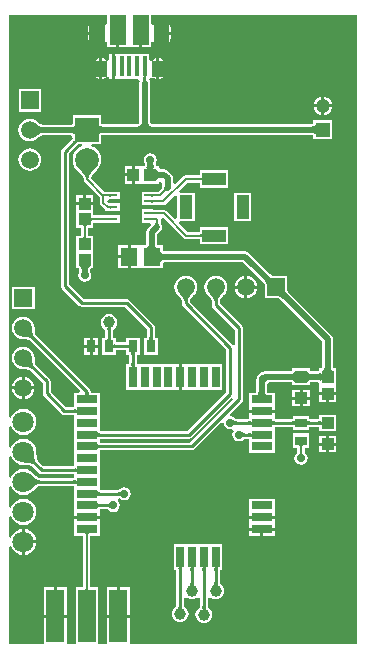
<source format=gtl>
G04*
G04 #@! TF.GenerationSoftware,Altium Limited,Altium Designer,20.2.7 (254)*
G04*
G04 Layer_Physical_Order=1*
G04 Layer_Color=255*
%FSLAX44Y44*%
%MOMM*%
G71*
G04*
G04 #@! TF.SameCoordinates,376ED358-1AEA-4EEA-9480-C934229D8A07*
G04*
G04*
G04 #@! TF.FilePolarity,Positive*
G04*
G01*
G75*
%ADD12C,0.2500*%
%ADD13C,0.2000*%
%ADD43R,2.0000X1.1000*%
%ADD44R,1.1000X2.0000*%
%ADD45R,0.6000X0.2400*%
%ADD46R,1.6500X2.4000*%
%ADD47R,0.2500X0.6000*%
%ADD48R,1.4500X1.5500*%
%ADD49R,1.0000X1.1000*%
%ADD50R,1.0500X1.0500*%
%ADD51C,1.0000*%
%ADD52R,0.8000X1.0000*%
%ADD53R,1.0500X1.0000*%
%ADD54R,1.0000X0.8000*%
%ADD55R,0.4000X1.7500*%
%ADD56R,1.4250X2.5000*%
%ADD57R,1.5000X4.5000*%
%ADD58R,0.7000X1.8000*%
%ADD59R,1.8000X0.7000*%
%ADD60R,1.1000X1.0000*%
%ADD61C,0.5000*%
%ADD62R,2.0000X1.4600*%
%ADD63C,1.5000*%
%ADD64R,1.5000X1.5000*%
%ADD65C,2.0000*%
%ADD66R,2.0000X2.0000*%
%ADD67R,1.5000X1.5000*%
%ADD68C,1.8000*%
%ADD69O,1.2000X1.7000*%
%ADD70O,1.0000X1.4000*%
%ADD71C,1.2000*%
%ADD72R,1.2000X1.2000*%
%ADD73C,0.7000*%
G36*
X2193356Y1126958D02*
X2000695D01*
Y1149417D01*
X1991195D01*
Y1150687D01*
D01*
Y1149417D01*
X1981695D01*
Y1126958D01*
X1974025D01*
Y1175187D01*
X1967584D01*
Y1218958D01*
X1975525D01*
Y1228958D01*
Y1233188D01*
X1964525D01*
X1953525D01*
Y1228958D01*
Y1218958D01*
X1961467D01*
Y1175187D01*
X1955025D01*
Y1126958D01*
X1947355D01*
Y1149417D01*
X1937855D01*
X1928355D01*
Y1126958D01*
X1898356D01*
Y1209570D01*
X1900356Y1209968D01*
X1901125Y1208111D01*
X1902889Y1205813D01*
X1905187Y1204050D01*
X1907862Y1202941D01*
X1909464Y1202730D01*
Y1213658D01*
Y1224586D01*
X1907862Y1224375D01*
X1905187Y1223267D01*
X1902889Y1221503D01*
X1901125Y1219206D01*
X1900356Y1217348D01*
X1898356Y1217746D01*
Y1234970D01*
X1900356Y1235368D01*
X1901125Y1233511D01*
X1902889Y1231213D01*
X1905187Y1229450D01*
X1907862Y1228341D01*
X1910734Y1227963D01*
X1913606Y1228341D01*
X1916281Y1229450D01*
X1918579Y1231213D01*
X1920343Y1233511D01*
X1921451Y1236187D01*
X1921829Y1239058D01*
X1921451Y1241930D01*
X1920343Y1244606D01*
X1918579Y1246903D01*
X1916281Y1248667D01*
X1913606Y1249775D01*
X1910734Y1250153D01*
X1907862Y1249775D01*
X1905187Y1248667D01*
X1902889Y1246903D01*
X1901125Y1244606D01*
X1900356Y1242748D01*
X1898356Y1243146D01*
Y1260370D01*
X1900356Y1260768D01*
X1901125Y1258911D01*
X1902889Y1256613D01*
X1905187Y1254850D01*
X1907862Y1253741D01*
X1910734Y1253363D01*
X1913606Y1253741D01*
X1916281Y1254850D01*
X1918579Y1256613D01*
X1918833Y1256944D01*
X1919527Y1257630D01*
X1921252Y1259163D01*
X1922001Y1259742D01*
X1922705Y1260226D01*
X1923342Y1260602D01*
X1923903Y1260875D01*
X1924378Y1261049D01*
X1924758Y1261138D01*
X1924837Y1261144D01*
X1953525D01*
Y1248958D01*
Y1238958D01*
Y1235728D01*
X1964525D01*
X1975525D01*
Y1241144D01*
X1981819D01*
X1981838Y1241142D01*
X1981991Y1241113D01*
X1982131Y1241074D01*
X1982264Y1241025D01*
X1982391Y1240966D01*
X1982516Y1240894D01*
X1982641Y1240807D01*
X1982728Y1240737D01*
X1982891Y1240493D01*
X1984710Y1239277D01*
X1986856Y1238850D01*
X1989002Y1239277D01*
X1990821Y1240493D01*
X1992037Y1242312D01*
X1992464Y1244458D01*
X1992037Y1246604D01*
X1990843Y1248390D01*
X1990800Y1248611D01*
X1991402Y1250441D01*
X1991878Y1250478D01*
X1992213Y1250399D01*
X1993892Y1249277D01*
X1996038Y1248850D01*
X1998184Y1249277D01*
X2000004Y1250493D01*
X2001219Y1252312D01*
X2001646Y1254458D01*
X2001219Y1256604D01*
X2000004Y1258423D01*
X1998184Y1259639D01*
X1996038Y1260066D01*
X1993892Y1259639D01*
X1992073Y1258423D01*
X1991910Y1258179D01*
X1991824Y1258109D01*
X1991698Y1258023D01*
X1991573Y1257951D01*
X1991446Y1257891D01*
X1991313Y1257842D01*
X1991173Y1257803D01*
X1991021Y1257774D01*
X1991001Y1257772D01*
X1975525D01*
Y1268958D01*
Y1278958D01*
Y1291145D01*
X2053356D01*
X2054624Y1291397D01*
X2055699Y1292115D01*
X2078311Y1314727D01*
X2078886Y1314647D01*
X2080352Y1313939D01*
X2080675Y1312312D01*
X2081891Y1310493D01*
X2083710Y1309277D01*
X2085856Y1308850D01*
X2087488Y1309175D01*
X2088681Y1307828D01*
X2088810Y1307554D01*
X2088175Y1306604D01*
X2087748Y1304458D01*
X2088175Y1302312D01*
X2089391Y1300493D01*
X2091210Y1299277D01*
X2093356Y1298850D01*
X2095502Y1299277D01*
X2097321Y1300493D01*
X2097484Y1300737D01*
X2097571Y1300807D01*
X2097697Y1300894D01*
X2097822Y1300966D01*
X2097949Y1301025D01*
X2098081Y1301074D01*
X2098221Y1301113D01*
X2098374Y1301142D01*
X2098393Y1301145D01*
X2101525D01*
Y1288958D01*
X2123525D01*
Y1298958D01*
Y1311145D01*
X2138856D01*
Y1308458D01*
X2152856D01*
Y1311145D01*
X2161106D01*
Y1307458D01*
X2175606D01*
Y1321458D01*
X2161106D01*
Y1317772D01*
X2152856D01*
Y1320458D01*
X2138856D01*
Y1317772D01*
X2123525D01*
Y1323188D01*
X2112525D01*
X2101525D01*
Y1317772D01*
X2090893D01*
X2090874Y1317774D01*
X2090721Y1317803D01*
X2090581Y1317842D01*
X2090449Y1317891D01*
X2090321Y1317951D01*
X2090197Y1318022D01*
X2090071Y1318109D01*
X2089984Y1318179D01*
X2089821Y1318423D01*
X2088002Y1319639D01*
X2086375Y1319963D01*
X2085667Y1321429D01*
X2085587Y1322003D01*
X2095699Y1332115D01*
X2096418Y1333190D01*
X2096670Y1334458D01*
Y1394458D01*
X2096418Y1395726D01*
X2095699Y1396801D01*
X2076970Y1415531D01*
Y1417612D01*
X2077036Y1417920D01*
X2077164Y1418299D01*
X2077366Y1418742D01*
X2077648Y1419245D01*
X2078014Y1419799D01*
X2078451Y1420382D01*
X2079641Y1421743D01*
X2080180Y1422290D01*
X2080432Y1422483D01*
X2081954Y1424467D01*
X2082912Y1426778D01*
X2083238Y1429258D01*
X2082912Y1431738D01*
X2081954Y1434049D01*
X2080432Y1436034D01*
X2078447Y1437556D01*
X2076136Y1438514D01*
X2073656Y1438840D01*
X2071176Y1438514D01*
X2068865Y1437556D01*
X2066881Y1436034D01*
X2065358Y1434049D01*
X2064401Y1431738D01*
X2064074Y1429258D01*
X2064401Y1426778D01*
X2065358Y1424467D01*
X2066881Y1422483D01*
X2067132Y1422290D01*
X2067671Y1421743D01*
X2068861Y1420382D01*
X2069298Y1419799D01*
X2069664Y1419245D01*
X2069946Y1418742D01*
X2070148Y1418299D01*
X2070277Y1417920D01*
X2070343Y1417612D01*
Y1414158D01*
X2070595Y1412890D01*
X2071313Y1411815D01*
X2090043Y1393086D01*
Y1381216D01*
X2088703Y1380605D01*
X2088042Y1380532D01*
X2051570Y1417005D01*
Y1417612D01*
X2051635Y1417920D01*
X2051764Y1418299D01*
X2051966Y1418742D01*
X2052248Y1419245D01*
X2052614Y1419799D01*
X2053051Y1420382D01*
X2054241Y1421743D01*
X2054780Y1422290D01*
X2055032Y1422483D01*
X2056554Y1424467D01*
X2057512Y1426778D01*
X2057838Y1429258D01*
X2057512Y1431738D01*
X2056554Y1434049D01*
X2055032Y1436034D01*
X2053047Y1437556D01*
X2050736Y1438514D01*
X2048256Y1438840D01*
X2045776Y1438514D01*
X2043465Y1437556D01*
X2041481Y1436034D01*
X2039958Y1434049D01*
X2039001Y1431738D01*
X2038674Y1429258D01*
X2039001Y1426778D01*
X2039958Y1424467D01*
X2041481Y1422483D01*
X2041732Y1422290D01*
X2042271Y1421743D01*
X2043461Y1420382D01*
X2043898Y1419799D01*
X2044264Y1419245D01*
X2044546Y1418742D01*
X2044748Y1418299D01*
X2044877Y1417920D01*
X2044942Y1417612D01*
Y1415632D01*
X2045195Y1414364D01*
X2045913Y1413289D01*
X2082543Y1376659D01*
Y1340581D01*
X2049734Y1307772D01*
X1975525D01*
Y1318958D01*
Y1328958D01*
Y1339958D01*
X1967839D01*
Y1340967D01*
X1967587Y1342235D01*
X1966868Y1343310D01*
X1921312Y1388866D01*
X1921141Y1389130D01*
X1920964Y1389489D01*
X1920793Y1389946D01*
X1920638Y1390500D01*
X1920504Y1391151D01*
X1920401Y1391873D01*
X1920280Y1393676D01*
X1920275Y1394444D01*
X1920316Y1394758D01*
X1919989Y1397238D01*
X1919032Y1399549D01*
X1917509Y1401534D01*
X1915525Y1403056D01*
X1913214Y1404014D01*
X1910734Y1404340D01*
X1908254Y1404014D01*
X1905943Y1403056D01*
X1903958Y1401534D01*
X1902436Y1399549D01*
X1901478Y1397238D01*
X1901152Y1394758D01*
X1901478Y1392278D01*
X1902436Y1389967D01*
X1903958Y1387983D01*
X1905943Y1386460D01*
X1908254Y1385503D01*
X1910734Y1385176D01*
X1911048Y1385217D01*
X1911816Y1385212D01*
X1913620Y1385091D01*
X1914341Y1384988D01*
X1914992Y1384855D01*
X1915546Y1384699D01*
X1916003Y1384528D01*
X1916362Y1384351D01*
X1916626Y1384180D01*
X1959000Y1341806D01*
X1958235Y1339958D01*
X1953525D01*
Y1327772D01*
X1946809D01*
X1933920Y1340661D01*
Y1349486D01*
X1933667Y1350754D01*
X1932949Y1351829D01*
X1921312Y1363466D01*
X1921141Y1363730D01*
X1920964Y1364089D01*
X1920793Y1364546D01*
X1920638Y1365100D01*
X1920504Y1365751D01*
X1920401Y1366473D01*
X1920280Y1368276D01*
X1920275Y1369044D01*
X1920316Y1369358D01*
X1919989Y1371838D01*
X1919032Y1374149D01*
X1917509Y1376134D01*
X1915525Y1377656D01*
X1913214Y1378614D01*
X1910734Y1378940D01*
X1908254Y1378614D01*
X1905943Y1377656D01*
X1903958Y1376134D01*
X1902436Y1374149D01*
X1901478Y1371838D01*
X1901152Y1369358D01*
X1901478Y1366878D01*
X1902436Y1364567D01*
X1903958Y1362583D01*
X1905943Y1361060D01*
X1908254Y1360103D01*
X1910734Y1359776D01*
X1911048Y1359818D01*
X1911816Y1359812D01*
X1913620Y1359691D01*
X1914341Y1359588D01*
X1914992Y1359455D01*
X1915546Y1359299D01*
X1916003Y1359128D01*
X1916362Y1358951D01*
X1916626Y1358780D01*
X1927292Y1348114D01*
Y1339289D01*
X1927545Y1338021D01*
X1928263Y1336946D01*
X1943094Y1322115D01*
X1944169Y1321397D01*
X1945437Y1321145D01*
X1953525D01*
Y1308958D01*
Y1298958D01*
Y1288958D01*
Y1277772D01*
X1927507D01*
X1923049Y1282229D01*
X1922998Y1282289D01*
X1922792Y1282621D01*
X1922580Y1283080D01*
X1922376Y1283669D01*
X1922192Y1284386D01*
X1922036Y1285226D01*
X1921916Y1286165D01*
X1921780Y1288469D01*
X1921774Y1289445D01*
X1921829Y1289858D01*
X1921451Y1292730D01*
X1920343Y1295406D01*
X1918579Y1297703D01*
X1916281Y1299467D01*
X1913606Y1300575D01*
X1910734Y1300953D01*
X1907862Y1300575D01*
X1905187Y1299467D01*
X1902889Y1297703D01*
X1901125Y1295406D01*
X1900356Y1293548D01*
X1898356Y1293946D01*
Y1311170D01*
X1900356Y1311568D01*
X1901125Y1309711D01*
X1902889Y1307413D01*
X1905187Y1305650D01*
X1907862Y1304541D01*
X1910734Y1304163D01*
X1913606Y1304541D01*
X1916281Y1305650D01*
X1918579Y1307413D01*
X1920343Y1309711D01*
X1921451Y1312387D01*
X1921829Y1315258D01*
X1921451Y1318130D01*
X1920343Y1320806D01*
X1918579Y1323103D01*
X1916281Y1324867D01*
X1913606Y1325975D01*
X1910734Y1326353D01*
X1907862Y1325975D01*
X1905187Y1324867D01*
X1902889Y1323103D01*
X1901125Y1320806D01*
X1900356Y1318948D01*
X1898356Y1319346D01*
Y1659458D01*
X1981731D01*
Y1652307D01*
X1979731Y1651629D01*
Y1651458D01*
Y1637288D01*
X1981731Y1636609D01*
Y1632458D01*
X1989586D01*
Y1646958D01*
X1992126D01*
Y1632458D01*
X1999981D01*
Y1632458D01*
X2000981D01*
Y1632458D01*
X2008836D01*
Y1646958D01*
X2011376D01*
Y1632458D01*
X2019231D01*
Y1636609D01*
X2021231Y1637288D01*
Y1651458D01*
Y1651629D01*
X2019231Y1652307D01*
Y1659458D01*
X2193356D01*
Y1126958D01*
D02*
G37*
G36*
X2078146Y1423131D02*
X2076866Y1421667D01*
X2076346Y1420974D01*
X2075906Y1420307D01*
X2075546Y1419666D01*
X2075266Y1419051D01*
X2075066Y1418462D01*
X2074946Y1417900D01*
X2074906Y1417363D01*
X2072406D01*
X2072366Y1417900D01*
X2072246Y1418462D01*
X2072046Y1419051D01*
X2071766Y1419666D01*
X2071406Y1420307D01*
X2070966Y1420974D01*
X2070446Y1421667D01*
X2069166Y1423131D01*
X2068406Y1423902D01*
X2078906D01*
X2078146Y1423131D01*
D02*
G37*
G36*
X2052746D02*
X2051466Y1421667D01*
X2050946Y1420974D01*
X2050506Y1420307D01*
X2050146Y1419666D01*
X2049866Y1419051D01*
X2049666Y1418462D01*
X2049546Y1417900D01*
X2049506Y1417363D01*
X2047006D01*
X2046966Y1417900D01*
X2046846Y1418462D01*
X2046646Y1419051D01*
X2046366Y1419666D01*
X2046006Y1420307D01*
X2045566Y1420974D01*
X2045046Y1421667D01*
X2043766Y1423131D01*
X2043006Y1423902D01*
X2053506D01*
X2052746Y1423131D01*
D02*
G37*
G36*
X1918241Y1393600D02*
X1918372Y1391660D01*
X1918494Y1390802D01*
X1918654Y1390020D01*
X1918853Y1389312D01*
X1919090Y1388679D01*
X1919365Y1388121D01*
X1919678Y1387639D01*
X1920029Y1387231D01*
X1918261Y1385463D01*
X1917853Y1385814D01*
X1917371Y1386127D01*
X1916813Y1386402D01*
X1916180Y1386639D01*
X1915473Y1386838D01*
X1914690Y1386998D01*
X1913832Y1387121D01*
X1911892Y1387251D01*
X1910809Y1387258D01*
X1918234Y1394683D01*
X1918241Y1393600D01*
D02*
G37*
G36*
Y1368201D02*
X1918372Y1366260D01*
X1918494Y1365402D01*
X1918654Y1364620D01*
X1918853Y1363912D01*
X1919090Y1363279D01*
X1919365Y1362722D01*
X1919678Y1362239D01*
X1920029Y1361831D01*
X1918261Y1360063D01*
X1917853Y1360414D01*
X1917371Y1360727D01*
X1916813Y1361002D01*
X1916180Y1361239D01*
X1915473Y1361438D01*
X1914690Y1361598D01*
X1913832Y1361720D01*
X1911892Y1361851D01*
X1910809Y1361859D01*
X1918234Y1369283D01*
X1918241Y1368201D01*
D02*
G37*
G36*
X1965788Y1339953D02*
X1965825Y1339528D01*
X1965888Y1339153D01*
X1965975Y1338828D01*
X1966088Y1338553D01*
X1966225Y1338328D01*
X1966388Y1338153D01*
X1966575Y1338028D01*
X1966788Y1337953D01*
X1967025Y1337928D01*
X1962025D01*
X1962263Y1337953D01*
X1962475Y1338028D01*
X1962663Y1338153D01*
X1962825Y1338328D01*
X1962963Y1338553D01*
X1963075Y1338828D01*
X1963163Y1339153D01*
X1963225Y1339528D01*
X1963263Y1339953D01*
X1963275Y1340428D01*
X1965775D01*
X1965788Y1339953D01*
D02*
G37*
G36*
X1955586Y1321958D02*
X1955561Y1322196D01*
X1955485Y1322408D01*
X1955359Y1322596D01*
X1955181Y1322758D01*
X1954954Y1322896D01*
X1954675Y1323008D01*
X1954346Y1323096D01*
X1953967Y1323158D01*
X1953537Y1323196D01*
X1953056Y1323208D01*
Y1325708D01*
X1953537Y1325721D01*
X1953967Y1325758D01*
X1954346Y1325821D01*
X1954675Y1325908D01*
X1954954Y1326021D01*
X1955181Y1326158D01*
X1955359Y1326321D01*
X1955485Y1326508D01*
X1955561Y1326721D01*
X1955586Y1326958D01*
Y1321958D01*
D02*
G37*
G36*
X2088596Y1316680D02*
X2088847Y1316476D01*
X2089108Y1316296D01*
X2089379Y1316140D01*
X2089661Y1316008D01*
X2089953Y1315900D01*
X2090256Y1315816D01*
X2090569Y1315756D01*
X2090892Y1315720D01*
X2091225Y1315708D01*
Y1313208D01*
X2090892Y1313196D01*
X2090569Y1313160D01*
X2090256Y1313100D01*
X2089953Y1313016D01*
X2089661Y1312908D01*
X2089379Y1312776D01*
X2089108Y1312620D01*
X2088847Y1312440D01*
X2088596Y1312236D01*
X2088356Y1312008D01*
Y1316908D01*
X2088596Y1316680D01*
D02*
G37*
G36*
X2163167Y1311958D02*
X2163142Y1312196D01*
X2163066Y1312408D01*
X2162939Y1312596D01*
X2162762Y1312758D01*
X2162534Y1312896D01*
X2162256Y1313008D01*
X2161927Y1313096D01*
X2161548Y1313158D01*
X2161117Y1313196D01*
X2160637Y1313208D01*
Y1315708D01*
X2161117Y1315721D01*
X2161548Y1315758D01*
X2161927Y1315821D01*
X2162256Y1315908D01*
X2162534Y1316021D01*
X2162762Y1316158D01*
X2162939Y1316321D01*
X2163066Y1316508D01*
X2163142Y1316721D01*
X2163167Y1316958D01*
Y1311958D01*
D02*
G37*
G36*
X2150820Y1316721D02*
X2150896Y1316508D01*
X2151023Y1316321D01*
X2151200Y1316158D01*
X2151428Y1316021D01*
X2151706Y1315908D01*
X2152035Y1315821D01*
X2152415Y1315758D01*
X2152845Y1315721D01*
X2153326Y1315708D01*
Y1313208D01*
X2152845Y1313196D01*
X2152415Y1313158D01*
X2152035Y1313096D01*
X2151706Y1313008D01*
X2151428Y1312896D01*
X2151200Y1312758D01*
X2151023Y1312596D01*
X2150896Y1312408D01*
X2150820Y1312196D01*
X2150795Y1311958D01*
Y1316958D01*
X2150820Y1316721D01*
D02*
G37*
G36*
X2140917Y1311958D02*
X2140892Y1312196D01*
X2140816Y1312408D01*
X2140689Y1312596D01*
X2140512Y1312758D01*
X2140284Y1312896D01*
X2140006Y1313008D01*
X2139677Y1313096D01*
X2139298Y1313158D01*
X2138867Y1313196D01*
X2138387Y1313208D01*
Y1315708D01*
X2138867Y1315721D01*
X2139298Y1315758D01*
X2139677Y1315821D01*
X2140006Y1315908D01*
X2140284Y1316021D01*
X2140512Y1316158D01*
X2140689Y1316321D01*
X2140816Y1316508D01*
X2140892Y1316721D01*
X2140917Y1316958D01*
Y1311958D01*
D02*
G37*
G36*
X2121490Y1316721D02*
X2121566Y1316508D01*
X2121692Y1316321D01*
X2121869Y1316158D01*
X2122097Y1316021D01*
X2122375Y1315908D01*
X2122704Y1315821D01*
X2123084Y1315758D01*
X2123514Y1315721D01*
X2123995Y1315708D01*
Y1313208D01*
X2123514Y1313196D01*
X2123084Y1313158D01*
X2122704Y1313096D01*
X2122375Y1313008D01*
X2122097Y1312896D01*
X2121869Y1312758D01*
X2121692Y1312596D01*
X2121566Y1312408D01*
X2121490Y1312196D01*
X2121464Y1311958D01*
Y1316958D01*
X2121490Y1316721D01*
D02*
G37*
G36*
X2103586Y1311958D02*
X2103561Y1312196D01*
X2103485Y1312408D01*
X2103359Y1312596D01*
X2103181Y1312758D01*
X2102954Y1312896D01*
X2102675Y1313008D01*
X2102346Y1313096D01*
X2101967Y1313158D01*
X2101537Y1313196D01*
X2101056Y1313208D01*
Y1315708D01*
X2101537Y1315721D01*
X2101967Y1315758D01*
X2102346Y1315821D01*
X2102675Y1315908D01*
X2102954Y1316021D01*
X2103181Y1316158D01*
X2103359Y1316321D01*
X2103485Y1316508D01*
X2103561Y1316721D01*
X2103586Y1316958D01*
Y1311958D01*
D02*
G37*
G36*
X2096096Y1306680D02*
X2096347Y1306476D01*
X2096608Y1306296D01*
X2096879Y1306140D01*
X2097161Y1306008D01*
X2097453Y1305900D01*
X2097756Y1305816D01*
X2098069Y1305756D01*
X2098392Y1305720D01*
X2098725Y1305708D01*
X2098725Y1303208D01*
X2098392Y1303196D01*
X2098069Y1303160D01*
X2097756Y1303100D01*
X2097453Y1303016D01*
X2097161Y1302908D01*
X2096879Y1302776D01*
X2096608Y1302620D01*
X2096347Y1302440D01*
X2096096Y1302236D01*
X2095856Y1302008D01*
X2095856Y1306908D01*
X2096096Y1306680D01*
D02*
G37*
G36*
X1973490Y1306721D02*
X1973566Y1306508D01*
X1973692Y1306321D01*
X1973869Y1306158D01*
X1974097Y1306021D01*
X1974375Y1305908D01*
X1974704Y1305821D01*
X1975084Y1305758D01*
X1975514Y1305721D01*
X1975995Y1305708D01*
Y1303208D01*
X1975514Y1303196D01*
X1975084Y1303158D01*
X1974704Y1303096D01*
X1974375Y1303008D01*
X1974097Y1302896D01*
X1973869Y1302758D01*
X1973692Y1302596D01*
X1973566Y1302408D01*
X1973490Y1302196D01*
X1973464Y1301958D01*
Y1306958D01*
X1973490Y1306721D01*
D02*
G37*
G36*
X2103586Y1301958D02*
X2103561Y1302196D01*
X2103485Y1302408D01*
X2103359Y1302596D01*
X2103181Y1302758D01*
X2102954Y1302896D01*
X2102675Y1303008D01*
X2102346Y1303096D01*
X2101967Y1303158D01*
X2101537Y1303196D01*
X2101056Y1303208D01*
Y1305708D01*
X2101537Y1305721D01*
X2101967Y1305758D01*
X2102346Y1305821D01*
X2102675Y1305908D01*
X2102954Y1306021D01*
X2103181Y1306158D01*
X2103359Y1306321D01*
X2103485Y1306508D01*
X2103561Y1306721D01*
X2103586Y1306958D01*
Y1301958D01*
D02*
G37*
G36*
X2088666Y1334504D02*
X2088665Y1334454D01*
X2051984Y1297772D01*
X1975525D01*
Y1301145D01*
X2051106D01*
X2052374Y1301397D01*
X2053449Y1302115D01*
X2086575Y1335240D01*
X2086856Y1335272D01*
X2088666Y1334504D01*
D02*
G37*
G36*
X1973490Y1296721D02*
X1973566Y1296508D01*
X1973692Y1296321D01*
X1973869Y1296158D01*
X1974097Y1296021D01*
X1974375Y1295908D01*
X1974704Y1295821D01*
X1975084Y1295758D01*
X1975514Y1295721D01*
X1975995Y1295708D01*
Y1293208D01*
X1975514Y1293196D01*
X1975084Y1293158D01*
X1974704Y1293096D01*
X1974375Y1293008D01*
X1974097Y1292896D01*
X1973869Y1292758D01*
X1973692Y1292596D01*
X1973566Y1292408D01*
X1973490Y1292196D01*
X1973464Y1291958D01*
Y1296958D01*
X1973490Y1296721D01*
D02*
G37*
G36*
X1919741Y1288404D02*
X1919884Y1285975D01*
X1920020Y1284911D01*
X1920199Y1283946D01*
X1920421Y1283081D01*
X1920686Y1282316D01*
X1920994Y1281651D01*
X1921345Y1281086D01*
X1921738Y1280621D01*
X1919971Y1278854D01*
X1919506Y1279247D01*
X1918941Y1279598D01*
X1918276Y1279906D01*
X1917511Y1280171D01*
X1916646Y1280393D01*
X1915682Y1280572D01*
X1914617Y1280708D01*
X1912188Y1280851D01*
X1910824Y1280859D01*
X1919733Y1289768D01*
X1919741Y1288404D01*
D02*
G37*
G36*
X1955586Y1271958D02*
X1955561Y1272196D01*
X1955485Y1272408D01*
X1955359Y1272596D01*
X1955181Y1272758D01*
X1954954Y1272896D01*
X1954675Y1273008D01*
X1954346Y1273096D01*
X1953967Y1273158D01*
X1953537Y1273196D01*
X1953056Y1273208D01*
Y1275708D01*
X1953537Y1275721D01*
X1953967Y1275758D01*
X1954346Y1275821D01*
X1954675Y1275908D01*
X1954954Y1276021D01*
X1955181Y1276158D01*
X1955359Y1276321D01*
X1955485Y1276508D01*
X1955561Y1276721D01*
X1955586Y1276958D01*
Y1271958D01*
D02*
G37*
G36*
X1901125Y1284311D02*
X1902889Y1282013D01*
X1905187Y1280250D01*
X1907862Y1279141D01*
X1910734Y1278763D01*
X1911147Y1278818D01*
X1912123Y1278812D01*
X1914427Y1278676D01*
X1915366Y1278556D01*
X1916206Y1278400D01*
X1916923Y1278216D01*
X1917512Y1278012D01*
X1917971Y1277800D01*
X1918303Y1277594D01*
X1918363Y1277543D01*
X1923791Y1272115D01*
X1924866Y1271397D01*
X1926134Y1271144D01*
X1953525D01*
Y1267772D01*
X1924837D01*
X1924758Y1267778D01*
X1924378Y1267867D01*
X1923903Y1268042D01*
X1923342Y1268314D01*
X1922705Y1268691D01*
X1922001Y1269174D01*
X1921252Y1269753D01*
X1919527Y1271287D01*
X1918833Y1271973D01*
X1918579Y1272303D01*
X1916281Y1274067D01*
X1913606Y1275175D01*
X1910734Y1275553D01*
X1907862Y1275175D01*
X1905187Y1274067D01*
X1902889Y1272303D01*
X1901125Y1270006D01*
X1900356Y1268148D01*
X1898356Y1268546D01*
Y1285770D01*
X1900356Y1286168D01*
X1901125Y1284311D01*
D02*
G37*
G36*
X1955586Y1261958D02*
X1955561Y1262196D01*
X1955485Y1262408D01*
X1955359Y1262596D01*
X1955181Y1262758D01*
X1954954Y1262896D01*
X1954675Y1263008D01*
X1954346Y1263096D01*
X1953967Y1263158D01*
X1953537Y1263196D01*
X1953056Y1263208D01*
Y1265708D01*
X1953537Y1265721D01*
X1953967Y1265758D01*
X1954346Y1265821D01*
X1954675Y1265908D01*
X1954954Y1266021D01*
X1955181Y1266158D01*
X1955359Y1266321D01*
X1955485Y1266508D01*
X1955561Y1266721D01*
X1955586Y1266958D01*
Y1261958D01*
D02*
G37*
G36*
X1918131Y1269799D02*
X1919950Y1268183D01*
X1920799Y1267526D01*
X1921608Y1266971D01*
X1922376Y1266516D01*
X1923104Y1266163D01*
X1923792Y1265910D01*
X1924440Y1265759D01*
X1925047Y1265708D01*
Y1263208D01*
X1924440Y1263158D01*
X1923792Y1263006D01*
X1923104Y1262754D01*
X1922376Y1262400D01*
X1921608Y1261946D01*
X1920799Y1261390D01*
X1919950Y1260734D01*
X1918131Y1259118D01*
X1917161Y1258158D01*
Y1270758D01*
X1918131Y1269799D01*
D02*
G37*
G36*
X1993539Y1252008D02*
X1993298Y1252236D01*
X1993048Y1252440D01*
X1992787Y1252620D01*
X1992515Y1252776D01*
X1992233Y1252908D01*
X1991941Y1253016D01*
X1991639Y1253100D01*
X1991326Y1253160D01*
X1991003Y1253196D01*
X1990669Y1253208D01*
Y1255708D01*
X1991003Y1255720D01*
X1991326Y1255756D01*
X1991639Y1255816D01*
X1991941Y1255900D01*
X1992233Y1256008D01*
X1992515Y1256140D01*
X1992787Y1256296D01*
X1993048Y1256476D01*
X1993298Y1256680D01*
X1993539Y1256908D01*
Y1252008D01*
D02*
G37*
G36*
X1973490Y1256721D02*
X1973566Y1256508D01*
X1973692Y1256321D01*
X1973869Y1256158D01*
X1974097Y1256021D01*
X1974375Y1255908D01*
X1974704Y1255821D01*
X1975084Y1255758D01*
X1975514Y1255721D01*
X1975995Y1255708D01*
Y1253208D01*
X1975514Y1253196D01*
X1975084Y1253158D01*
X1974704Y1253096D01*
X1974375Y1253008D01*
X1974097Y1252896D01*
X1973869Y1252758D01*
X1973692Y1252596D01*
X1973566Y1252408D01*
X1973490Y1252196D01*
X1973464Y1251958D01*
Y1256958D01*
X1973490Y1256721D01*
D02*
G37*
G36*
X1984357Y1242008D02*
X1984116Y1242236D01*
X1983865Y1242440D01*
X1983604Y1242620D01*
X1983333Y1242776D01*
X1983051Y1242908D01*
X1982759Y1243016D01*
X1982457Y1243100D01*
X1982144Y1243160D01*
X1981820Y1243196D01*
X1981487Y1243208D01*
Y1245708D01*
X1981820Y1245720D01*
X1982144Y1245756D01*
X1982457Y1245816D01*
X1982759Y1245900D01*
X1983051Y1246008D01*
X1983333Y1246140D01*
X1983604Y1246296D01*
X1983865Y1246476D01*
X1984116Y1246680D01*
X1984357Y1246908D01*
Y1242008D01*
D02*
G37*
G36*
X1973490Y1246721D02*
X1973566Y1246508D01*
X1973692Y1246321D01*
X1973869Y1246158D01*
X1974097Y1246021D01*
X1974375Y1245908D01*
X1974704Y1245821D01*
X1975084Y1245758D01*
X1975514Y1245721D01*
X1975995Y1245708D01*
Y1243208D01*
X1975514Y1243196D01*
X1975084Y1243158D01*
X1974704Y1243096D01*
X1974375Y1243008D01*
X1974097Y1242896D01*
X1973869Y1242758D01*
X1973692Y1242596D01*
X1973566Y1242408D01*
X1973490Y1242196D01*
X1973464Y1241958D01*
Y1246958D01*
X1973490Y1246721D01*
D02*
G37*
G36*
X1966335Y1220999D02*
X1966165Y1220938D01*
X1966015Y1220836D01*
X1965885Y1220694D01*
X1965775Y1220511D01*
X1965685Y1220288D01*
X1965615Y1220024D01*
X1965565Y1219720D01*
X1965535Y1219374D01*
X1965525Y1218989D01*
X1963525D01*
X1963515Y1219374D01*
X1963485Y1219720D01*
X1963435Y1220024D01*
X1963365Y1220288D01*
X1963275Y1220511D01*
X1963165Y1220694D01*
X1963035Y1220836D01*
X1962885Y1220938D01*
X1962715Y1220999D01*
X1962525Y1221019D01*
X1966525D01*
X1966335Y1220999D01*
D02*
G37*
G36*
X1965535Y1174771D02*
X1965565Y1174425D01*
X1965615Y1174121D01*
X1965685Y1173857D01*
X1965775Y1173633D01*
X1965885Y1173451D01*
X1966015Y1173309D01*
X1966165Y1173207D01*
X1966335Y1173146D01*
X1966525Y1173126D01*
X1962525D01*
X1962715Y1173146D01*
X1962885Y1173207D01*
X1963035Y1173309D01*
X1963165Y1173451D01*
X1963275Y1173633D01*
X1963365Y1173857D01*
X1963435Y1174121D01*
X1963485Y1174425D01*
X1963515Y1174771D01*
X1963525Y1175156D01*
X1965525D01*
X1965535Y1174771D01*
D02*
G37*
%LPC*%
G36*
X2034222Y1651641D02*
X2034231Y1651458D01*
Y1645728D01*
X2035800D01*
Y1646958D01*
X2035525Y1649047D01*
X2034719Y1650993D01*
X2034222Y1651641D01*
D02*
G37*
G36*
X1966741D02*
X1966243Y1650993D01*
X1965437Y1649047D01*
X1965162Y1646958D01*
Y1645728D01*
X1966731D01*
Y1651458D01*
X1966741Y1651641D01*
D02*
G37*
G36*
X2035800Y1643188D02*
X2034231D01*
Y1637288D01*
X2034719Y1637924D01*
X2035525Y1639870D01*
X2035800Y1641958D01*
Y1643188D01*
D02*
G37*
G36*
X1966731Y1643188D02*
X1965162D01*
Y1641958D01*
X1965437Y1639870D01*
X1966243Y1637924D01*
X1966731Y1637288D01*
Y1643188D01*
D02*
G37*
G36*
X1986211Y1626958D02*
X1983481D01*
Y1621494D01*
X1981481Y1620815D01*
X1981224Y1621151D01*
X1979761Y1622273D01*
X1978058Y1622978D01*
X1977501Y1623051D01*
Y1614158D01*
Y1605265D01*
X1978058Y1605338D01*
X1979761Y1606044D01*
X1981224Y1607166D01*
X1981481Y1607501D01*
X1983481Y1606823D01*
Y1605458D01*
X1986211D01*
Y1616208D01*
Y1626958D01*
D02*
G37*
G36*
X2026001Y1623051D02*
Y1615428D01*
X2031792D01*
Y1616158D01*
X2031551Y1617986D01*
X2030846Y1619688D01*
X2029724Y1621151D01*
X2028261Y1622273D01*
X2026559Y1622978D01*
X2026001Y1623051D01*
D02*
G37*
G36*
X1974961D02*
X1974404Y1622978D01*
X1972701Y1622273D01*
X1971239Y1621151D01*
X1970117Y1619688D01*
X1969411Y1617986D01*
X1969171Y1616158D01*
Y1615428D01*
X1974961D01*
Y1623051D01*
D02*
G37*
G36*
X2017481Y1626958D02*
X1988751D01*
Y1616208D01*
Y1605458D01*
X2008002D01*
X2008994Y1604063D01*
X2009191Y1603458D01*
X2008893Y1601958D01*
Y1569493D01*
X2008799Y1568960D01*
X2008652Y1568520D01*
X2008479Y1568198D01*
X2008282Y1567957D01*
X2008042Y1567761D01*
X2007719Y1567587D01*
X2007279Y1567440D01*
X2006747Y1567346D01*
X1978355D01*
X1977940Y1567383D01*
X1977361Y1567479D01*
X1976926Y1567595D01*
X1976641Y1567711D01*
X1976525Y1567781D01*
Y1574758D01*
X1952525D01*
Y1567381D01*
X1952410Y1567311D01*
X1952125Y1567195D01*
X1951690Y1567079D01*
X1951111Y1566983D01*
X1950696Y1566946D01*
X1926998D01*
X1926703Y1566982D01*
X1926209Y1567085D01*
X1925729Y1567228D01*
X1925259Y1567412D01*
X1924797Y1567640D01*
X1924340Y1567914D01*
X1923887Y1568236D01*
X1923436Y1568610D01*
X1923127Y1568905D01*
X1922952Y1569134D01*
X1920967Y1570656D01*
X1918656Y1571614D01*
X1916176Y1571940D01*
X1913696Y1571614D01*
X1911385Y1570656D01*
X1909401Y1569134D01*
X1907878Y1567149D01*
X1906921Y1564838D01*
X1906594Y1562358D01*
X1906921Y1559878D01*
X1907878Y1557567D01*
X1909401Y1555583D01*
X1911385Y1554060D01*
X1913696Y1553103D01*
X1916176Y1552776D01*
X1918656Y1553103D01*
X1920967Y1554060D01*
X1922952Y1555583D01*
X1923127Y1555812D01*
X1923436Y1556107D01*
X1923887Y1556480D01*
X1924340Y1556802D01*
X1924797Y1557076D01*
X1925259Y1557304D01*
X1925729Y1557489D01*
X1926209Y1557632D01*
X1926703Y1557734D01*
X1926998Y1557770D01*
X1950696D01*
X1951111Y1557734D01*
X1951205Y1557718D01*
X1952317Y1556536D01*
X1952442Y1555895D01*
X1952451Y1555477D01*
X1952442Y1555464D01*
X1951874Y1554793D01*
X1943513Y1546432D01*
X1942795Y1545357D01*
X1942543Y1544089D01*
Y1430454D01*
X1942795Y1429186D01*
X1943513Y1428111D01*
X1957938Y1413686D01*
X1959013Y1412967D01*
X1960281Y1412715D01*
X1996788D01*
X2015212Y1394291D01*
Y1386289D01*
X2012525D01*
Y1372289D01*
X2024525D01*
Y1386289D01*
X2021839D01*
Y1395664D01*
X2021587Y1396932D01*
X2020869Y1398007D01*
X2000504Y1418372D01*
X1999429Y1419090D01*
X1998161Y1419342D01*
X1961654D01*
X1949170Y1431826D01*
Y1542716D01*
X1956455Y1550002D01*
X1956878Y1550395D01*
X1957208Y1550659D01*
X1957351Y1550758D01*
X1958048D01*
X1958091Y1550749D01*
X1958135Y1550758D01*
X1960292D01*
X1960690Y1548758D01*
X1958474Y1547840D01*
X1955967Y1545917D01*
X1954043Y1543410D01*
X1952834Y1540491D01*
X1952422Y1537358D01*
X1952834Y1534225D01*
X1954043Y1531306D01*
X1955967Y1528800D01*
X1956423Y1528450D01*
X1957421Y1527495D01*
X1959286Y1525529D01*
X1959999Y1524675D01*
X1960594Y1523880D01*
X1961059Y1523168D01*
X1961394Y1522547D01*
X1961607Y1522035D01*
X1961710Y1521648D01*
X1961726Y1521489D01*
Y1520530D01*
X1961726Y1520530D01*
X1961959Y1519359D01*
X1962622Y1518367D01*
X1975497Y1505491D01*
Y1500736D01*
X1975497Y1500736D01*
X1975730Y1499566D01*
X1976393Y1498573D01*
X1980171Y1494795D01*
X1980171Y1494795D01*
X1981044Y1494212D01*
X1981164Y1494132D01*
X1982856Y1493758D01*
X1982856Y1493758D01*
X1984843D01*
X1984887Y1493749D01*
X1984930Y1493758D01*
X1992856D01*
Y1500158D01*
X1984930D01*
X1984887Y1500167D01*
X1984843Y1500158D01*
X1983460D01*
X1981719Y1501899D01*
X1981759Y1502444D01*
X1982856Y1503758D01*
X1984843D01*
X1984887Y1503749D01*
X1984930Y1503758D01*
X1992856D01*
Y1510158D01*
X1984930D01*
X1984887Y1510167D01*
X1984843Y1510158D01*
X1982856D01*
Y1510017D01*
X1979623D01*
X1967880Y1521761D01*
X1967959Y1522061D01*
X1968172Y1522587D01*
X1968507Y1523232D01*
X1968969Y1523980D01*
X1969536Y1524788D01*
X1972106Y1527853D01*
X1972781Y1528568D01*
X1973084Y1528800D01*
X1975007Y1531306D01*
X1976216Y1534225D01*
X1976629Y1537358D01*
X1976216Y1540491D01*
X1975007Y1543410D01*
X1973084Y1545917D01*
X1970577Y1547840D01*
X1968361Y1548758D01*
X1968759Y1550758D01*
X1976525D01*
Y1557735D01*
X1976641Y1557806D01*
X1976926Y1557921D01*
X1977361Y1558038D01*
X1977940Y1558134D01*
X1978355Y1558170D01*
X2154486D01*
X2154901Y1558134D01*
X2155480Y1558038D01*
X2155915Y1557921D01*
X2156199Y1557806D01*
X2156315Y1557735D01*
Y1554758D01*
X2172315D01*
Y1570758D01*
X2156315D01*
Y1567781D01*
X2156199Y1567711D01*
X2155915Y1567595D01*
X2155480Y1567479D01*
X2154901Y1567383D01*
X2154486Y1567346D01*
X2020215D01*
X2019683Y1567440D01*
X2019243Y1567587D01*
X2018921Y1567761D01*
X2018680Y1567957D01*
X2018484Y1568197D01*
X2018310Y1568520D01*
X2018163Y1568960D01*
X2018069Y1569493D01*
Y1601958D01*
X2017749Y1603569D01*
X2017481Y1605458D01*
X2017925Y1606245D01*
X2018396Y1606484D01*
X2020270Y1606758D01*
X2021201Y1606044D01*
X2022904Y1605338D01*
X2023461Y1605265D01*
Y1614158D01*
Y1623051D01*
X2022904Y1622978D01*
X2021201Y1622273D01*
X2019739Y1621151D01*
X2019481Y1620815D01*
X2017481Y1621494D01*
Y1626958D01*
D02*
G37*
G36*
X1974961Y1612888D02*
X1969171D01*
Y1612158D01*
X1969411Y1610331D01*
X1970117Y1608628D01*
X1971239Y1607166D01*
X1972701Y1606044D01*
X1974404Y1605338D01*
X1974961Y1605265D01*
Y1612888D01*
D02*
G37*
G36*
X2031792D02*
X2026001D01*
Y1605265D01*
X2026559Y1605338D01*
X2028261Y1606044D01*
X2029724Y1607166D01*
X2030846Y1608628D01*
X2031551Y1610331D01*
X2031792Y1612158D01*
Y1612888D01*
D02*
G37*
G36*
X2165585Y1590660D02*
Y1584028D01*
X2172217D01*
X2172109Y1584847D01*
X2171303Y1586793D01*
X2170021Y1588464D01*
X2168350Y1589746D01*
X2166404Y1590552D01*
X2165585Y1590660D01*
D02*
G37*
G36*
X2163045D02*
X2162227Y1590552D01*
X2160281Y1589746D01*
X2158610Y1588464D01*
X2157327Y1586793D01*
X2156521Y1584847D01*
X2156414Y1584028D01*
X2163045D01*
Y1590660D01*
D02*
G37*
G36*
X1925676Y1596858D02*
X1906676D01*
Y1577858D01*
X1925676D01*
Y1596858D01*
D02*
G37*
G36*
X2172217Y1581488D02*
X2165585D01*
Y1574856D01*
X2166404Y1574964D01*
X2168350Y1575770D01*
X2170021Y1577052D01*
X2171303Y1578724D01*
X2172109Y1580670D01*
X2172217Y1581488D01*
D02*
G37*
G36*
X2163045D02*
X2156414D01*
X2156521Y1580670D01*
X2157327Y1578724D01*
X2158610Y1577052D01*
X2160281Y1575770D01*
X2162227Y1574964D01*
X2163045Y1574856D01*
Y1581488D01*
D02*
G37*
G36*
X2018284Y1542816D02*
X2016138Y1542389D01*
X2014319Y1541173D01*
X2013103Y1539354D01*
X2012676Y1537208D01*
X2013103Y1535062D01*
X2013768Y1534067D01*
Y1533788D01*
X2013733Y1533382D01*
X2013638Y1532806D01*
X2013523Y1532374D01*
X2013409Y1532092D01*
X2013337Y1531973D01*
X2013197Y1531958D01*
X2011356Y1531958D01*
X2009356Y1531958D01*
X2005126D01*
Y1524458D01*
Y1516958D01*
X2009356D01*
X2010856Y1516958D01*
X2012856Y1516958D01*
X2025356D01*
Y1518003D01*
X2026361Y1518570D01*
X2028268Y1517350D01*
Y1513718D01*
X2028192Y1513335D01*
X2028261Y1512989D01*
X2025288Y1510017D01*
X2020856D01*
Y1510158D01*
X2018869D01*
X2018826Y1510167D01*
X2018782Y1510158D01*
X2010856D01*
Y1498758D01*
X2018782D01*
X2018826Y1498749D01*
X2018869Y1498758D01*
X2020856D01*
Y1498899D01*
X2029181D01*
X2029181Y1498899D01*
X2030352Y1499132D01*
X2031344Y1499795D01*
X2038856Y1507307D01*
X2040856Y1506479D01*
Y1487816D01*
X2039008Y1487050D01*
X2031937Y1494121D01*
X2030945Y1494784D01*
X2029774Y1495017D01*
X2029774Y1495017D01*
X2020856D01*
Y1495158D01*
X2018869D01*
X2018826Y1495167D01*
X2018782Y1495158D01*
X2010856D01*
Y1483758D01*
X2017921D01*
X2018750Y1481758D01*
X2016237Y1479245D01*
X2015242Y1477757D01*
X2014893Y1476001D01*
Y1466539D01*
X2014857Y1466124D01*
X2014760Y1465544D01*
X2014644Y1465109D01*
X2014529Y1464825D01*
X2014458Y1464709D01*
X2010231Y1464709D01*
X2008231Y1464709D01*
X2001751D01*
Y1454959D01*
Y1445209D01*
X2008231D01*
X2009731Y1445209D01*
X2011731Y1445209D01*
X2028731D01*
Y1449769D01*
X2028748Y1449932D01*
X2028874Y1450009D01*
X2029154Y1450123D01*
X2029584Y1450239D01*
X2030158Y1450335D01*
X2030569Y1450371D01*
X2096855D01*
X2112894Y1434332D01*
X2113751Y1433409D01*
X2114373Y1432634D01*
X2114852Y1431949D01*
X2114956Y1431767D01*
Y1419758D01*
X2124811D01*
X2124855Y1419749D01*
X2124898Y1419758D01*
X2126949D01*
X2127159Y1419639D01*
X2127818Y1419180D01*
X2129298Y1417928D01*
X2163768Y1383458D01*
Y1362296D01*
X2163753Y1362130D01*
X2162887Y1360467D01*
X2162843Y1360458D01*
X2160856D01*
Y1358618D01*
X2160841Y1358477D01*
X2160722Y1358405D01*
X2160440Y1358291D01*
X2160008Y1358177D01*
X2159432Y1358082D01*
X2159026Y1358046D01*
X2154936D01*
X2154530Y1358082D01*
X2153954Y1358176D01*
X2153522Y1358291D01*
X2153240Y1358405D01*
X2153121Y1358477D01*
X2153106Y1358618D01*
Y1360458D01*
X2151119D01*
X2151076Y1360467D01*
X2151032Y1360458D01*
X2140680D01*
X2140637Y1360467D01*
X2140593Y1360458D01*
X2138606D01*
Y1358618D01*
X2138591Y1358477D01*
X2138472Y1358405D01*
X2138190Y1358291D01*
X2137758Y1358177D01*
X2137182Y1358082D01*
X2136776Y1358046D01*
X2115454D01*
X2113698Y1357697D01*
X2113352Y1357466D01*
X2111710Y1357139D01*
X2109891Y1355923D01*
X2108675Y1354104D01*
X2108325Y1352342D01*
X2108286Y1352285D01*
X2107937Y1350529D01*
X2107981Y1350308D01*
X2107937Y1350086D01*
Y1341796D01*
X2107901Y1341385D01*
X2107805Y1340811D01*
X2107690Y1340381D01*
X2107575Y1340101D01*
X2107498Y1339975D01*
X2107336Y1339958D01*
X2101525D01*
Y1328958D01*
Y1325728D01*
X2112525D01*
X2123525D01*
Y1328958D01*
Y1339958D01*
X2117715D01*
X2117553Y1339975D01*
X2117476Y1340101D01*
X2117361Y1340381D01*
X2117245Y1340811D01*
X2117150Y1341385D01*
X2117114Y1341796D01*
Y1347520D01*
X2117821Y1347993D01*
X2118407Y1348870D01*
X2136776D01*
X2137182Y1348835D01*
X2137758Y1348740D01*
X2138190Y1348625D01*
X2138472Y1348511D01*
X2138591Y1348439D01*
X2138606Y1348299D01*
Y1346458D01*
X2140593D01*
X2140637Y1346449D01*
X2140680Y1346458D01*
X2151032D01*
X2151076Y1346449D01*
X2151119Y1346458D01*
X2153106D01*
Y1348299D01*
X2153121Y1348439D01*
X2153240Y1348511D01*
X2153522Y1348625D01*
X2153954Y1348740D01*
X2154530Y1348835D01*
X2154936Y1348870D01*
X2159026D01*
X2159432Y1348835D01*
X2160008Y1348740D01*
X2160440Y1348625D01*
X2160722Y1348511D01*
X2160841Y1348439D01*
X2160856Y1348299D01*
X2160856Y1346458D01*
X2160856Y1344458D01*
Y1340228D01*
X2168356D01*
X2175856D01*
Y1344458D01*
X2175856Y1345958D01*
X2175856Y1347958D01*
Y1360458D01*
X2173546D01*
X2173383Y1360475D01*
X2173306Y1360601D01*
X2173192Y1360882D01*
X2173076Y1361311D01*
X2172980Y1361885D01*
X2172944Y1362296D01*
Y1385358D01*
X2172595Y1387114D01*
X2171600Y1388602D01*
X2136030Y1424173D01*
X2135168Y1425101D01*
X2134551Y1425873D01*
X2134076Y1426556D01*
X2133956Y1426765D01*
Y1428816D01*
X2133965Y1428860D01*
X2133956Y1428904D01*
Y1438758D01*
X2121947D01*
X2121765Y1438863D01*
X2121103Y1439325D01*
X2119622Y1440581D01*
X2102000Y1458203D01*
X2100511Y1459198D01*
X2098755Y1459547D01*
X2030569D01*
X2030158Y1459583D01*
X2029584Y1459679D01*
X2029154Y1459795D01*
X2028874Y1459909D01*
X2028748Y1459986D01*
X2028731Y1460149D01*
Y1464709D01*
X2024504D01*
X2024434Y1464825D01*
X2024318Y1465109D01*
X2024202Y1465544D01*
X2024106Y1466124D01*
X2024069Y1466539D01*
Y1474100D01*
X2027100Y1477132D01*
X2028095Y1478620D01*
X2028444Y1480376D01*
X2028095Y1482132D01*
X2027553Y1482943D01*
X2027479Y1483108D01*
X2027355Y1483283D01*
X2027286Y1483403D01*
X2027215Y1483559D01*
X2027143Y1483756D01*
X2027076Y1483993D01*
X2027015Y1484272D01*
X2026969Y1484569D01*
X2026915Y1485232D01*
Y1485786D01*
X2026915Y1485786D01*
X2028338Y1487740D01*
X2028364Y1487753D01*
X2029517Y1487890D01*
X2046612Y1470795D01*
X2047604Y1470132D01*
X2048775Y1469899D01*
X2048775Y1469899D01*
X2060356D01*
Y1465458D01*
X2084356D01*
Y1480458D01*
X2060356D01*
Y1476017D01*
X2050042D01*
X2042948Y1483110D01*
X2043713Y1484958D01*
X2055856D01*
Y1508958D01*
X2043335D01*
X2042507Y1510958D01*
X2049448Y1517899D01*
X2060356D01*
Y1513458D01*
X2084356D01*
Y1528458D01*
X2060356D01*
Y1524017D01*
X2048181D01*
X2048181Y1524017D01*
X2047011Y1523784D01*
X2046018Y1523121D01*
X2039292Y1516395D01*
X2037444Y1517160D01*
Y1521529D01*
X2037095Y1523285D01*
X2036100Y1524774D01*
X2033172Y1527702D01*
X2031683Y1528697D01*
X2029927Y1529046D01*
X2027194D01*
X2027029Y1529061D01*
X2025365Y1529928D01*
X2025356Y1529971D01*
Y1531958D01*
X2023516D01*
X2023375Y1531973D01*
X2023303Y1532092D01*
X2023189Y1532374D01*
X2023074Y1532806D01*
X2022980Y1533382D01*
X2022944Y1533788D01*
Y1534283D01*
X2023465Y1535062D01*
X2023892Y1537208D01*
X2023465Y1539354D01*
X2022249Y1541173D01*
X2020430Y1542389D01*
X2018284Y1542816D01*
D02*
G37*
G36*
X1916176Y1546940D02*
X1913696Y1546614D01*
X1911385Y1545656D01*
X1909401Y1544134D01*
X1907878Y1542149D01*
X1906921Y1539838D01*
X1906594Y1537358D01*
X1906921Y1534878D01*
X1907878Y1532567D01*
X1909401Y1530583D01*
X1911385Y1529060D01*
X1913696Y1528103D01*
X1916176Y1527776D01*
X1918656Y1528103D01*
X1920967Y1529060D01*
X1922952Y1530583D01*
X1924474Y1532567D01*
X1925432Y1534878D01*
X1925758Y1537358D01*
X1925432Y1539838D01*
X1924474Y1542149D01*
X1922952Y1544134D01*
X1920967Y1545656D01*
X1918656Y1546614D01*
X1916176Y1546940D01*
D02*
G37*
G36*
X2002586Y1531958D02*
X1996856D01*
Y1525728D01*
X2002586D01*
Y1531958D01*
D02*
G37*
G36*
Y1523188D02*
X1996856D01*
Y1516958D01*
X2002586D01*
Y1523188D01*
D02*
G37*
G36*
X1970051Y1507208D02*
X1964071D01*
Y1501228D01*
X1970051D01*
Y1507208D01*
D02*
G37*
G36*
X1961531D02*
X1955551D01*
Y1501228D01*
X1961531D01*
Y1507208D01*
D02*
G37*
G36*
X2103856Y1508958D02*
X2088856D01*
Y1484958D01*
X2103856D01*
Y1508958D01*
D02*
G37*
G36*
X1970051Y1498688D02*
X1955551D01*
Y1492708D01*
Y1479708D01*
X1959742D01*
Y1472710D01*
X1955551D01*
Y1458210D01*
Y1445210D01*
X1957611D01*
X1957774Y1445193D01*
X1957851Y1445067D01*
X1957965Y1444786D01*
X1958081Y1444357D01*
X1958177Y1443783D01*
X1958213Y1443372D01*
Y1442491D01*
X1957620Y1441604D01*
X1957193Y1439458D01*
X1957620Y1437312D01*
X1958836Y1435493D01*
X1960655Y1434277D01*
X1962801Y1433850D01*
X1964947Y1434277D01*
X1966766Y1435493D01*
X1967982Y1437312D01*
X1968409Y1439458D01*
X1967982Y1441604D01*
X1967389Y1442491D01*
Y1443372D01*
X1967425Y1443783D01*
X1967521Y1444357D01*
X1967637Y1444787D01*
X1967751Y1445067D01*
X1967828Y1445193D01*
X1967991Y1445210D01*
X1970051D01*
Y1458210D01*
Y1472710D01*
X1965860D01*
Y1479708D01*
X1970051D01*
Y1483899D01*
X1982856D01*
Y1483758D01*
X1984843D01*
X1984887Y1483749D01*
X1984930Y1483758D01*
X1992856D01*
Y1490158D01*
X1984930D01*
X1984887Y1490167D01*
X1984843Y1490158D01*
X1982856D01*
Y1490017D01*
X1970051D01*
Y1492708D01*
Y1498688D01*
D02*
G37*
G36*
X1999211Y1464709D02*
X1991231D01*
Y1456229D01*
X1999211D01*
Y1464709D01*
D02*
G37*
G36*
Y1453689D02*
X1991231D01*
Y1445209D01*
X1999211D01*
Y1453689D01*
D02*
G37*
G36*
X2100326Y1438673D02*
Y1430528D01*
X2108471D01*
X2108312Y1431738D01*
X2107354Y1434049D01*
X2105832Y1436034D01*
X2103847Y1437556D01*
X2101536Y1438514D01*
X2100326Y1438673D01*
D02*
G37*
G36*
X2097786Y1438673D02*
X2096576Y1438514D01*
X2094265Y1437556D01*
X2092281Y1436034D01*
X2090758Y1434049D01*
X2089801Y1431738D01*
X2089641Y1430528D01*
X2097786D01*
Y1438673D01*
D02*
G37*
G36*
X2108471Y1427988D02*
X2100326D01*
Y1419843D01*
X2101536Y1420003D01*
X2103847Y1420960D01*
X2105832Y1422483D01*
X2107354Y1424467D01*
X2108312Y1426778D01*
X2108471Y1427988D01*
D02*
G37*
G36*
X2097786D02*
X2089641D01*
X2089801Y1426778D01*
X2090758Y1424467D01*
X2092281Y1422483D01*
X2094265Y1420960D01*
X2096576Y1420003D01*
X2097786Y1419843D01*
Y1427988D01*
D02*
G37*
G36*
X1920234Y1429658D02*
X1901234D01*
Y1410658D01*
X1920234D01*
Y1429658D01*
D02*
G37*
G36*
X1974106Y1386208D02*
X1969376D01*
Y1380478D01*
X1974106D01*
Y1386208D01*
D02*
G37*
G36*
X1966836D02*
X1962106D01*
Y1380478D01*
X1966836D01*
Y1386208D01*
D02*
G37*
G36*
X1974106Y1377938D02*
X1969376D01*
Y1372208D01*
X1974106D01*
Y1377938D01*
D02*
G37*
G36*
X1966836D02*
X1962106D01*
Y1372208D01*
X1966836D01*
Y1377938D01*
D02*
G37*
G36*
X1912004Y1353373D02*
Y1345228D01*
X1920149D01*
X1919989Y1346438D01*
X1919032Y1348749D01*
X1917509Y1350734D01*
X1915525Y1352256D01*
X1913214Y1353214D01*
X1912004Y1353373D01*
D02*
G37*
G36*
X1909464Y1353373D02*
X1908254Y1353214D01*
X1905943Y1352256D01*
X1903958Y1350734D01*
X1902436Y1348749D01*
X1901478Y1346438D01*
X1901319Y1345228D01*
X1909464D01*
Y1353373D01*
D02*
G37*
G36*
X2079025Y1364458D02*
X2044796D01*
Y1353458D01*
Y1342458D01*
X2079025D01*
Y1364458D01*
D02*
G37*
G36*
X1983356Y1406519D02*
X1981529Y1406278D01*
X1979826Y1405573D01*
X1978364Y1404451D01*
X1977242Y1402988D01*
X1976536Y1401286D01*
X1976296Y1399458D01*
X1976536Y1397631D01*
X1977242Y1395928D01*
X1978364Y1394466D01*
X1979826Y1393344D01*
X1979855Y1393332D01*
X1979872Y1393304D01*
X1979909Y1393228D01*
X1979952Y1393107D01*
X1979995Y1392935D01*
X1980032Y1392711D01*
X1980043Y1392597D01*
Y1386398D01*
X1980031Y1386271D01*
X1980028Y1386249D01*
X1979985Y1386220D01*
X1979946Y1386208D01*
X1977106D01*
Y1372208D01*
X1989106D01*
Y1375802D01*
X1989118Y1375816D01*
X1989150Y1375919D01*
X1989180Y1375964D01*
X1989183Y1375965D01*
X1989305Y1375975D01*
X1997525D01*
Y1372289D01*
X2000212D01*
Y1364458D01*
X1998025D01*
Y1342458D01*
X2042256D01*
Y1353458D01*
Y1364458D01*
X2006839D01*
Y1372289D01*
X2009525D01*
Y1386289D01*
X1997525D01*
Y1382603D01*
X1989305D01*
X1989183Y1382613D01*
X1989180Y1382614D01*
X1989150Y1382659D01*
X1989118Y1382762D01*
X1989106Y1382776D01*
Y1386208D01*
X1986767D01*
X1986727Y1386220D01*
X1986685Y1386249D01*
X1986681Y1386271D01*
X1986670Y1386398D01*
Y1392597D01*
X1986680Y1392711D01*
X1986717Y1392935D01*
X1986760Y1393107D01*
X1986803Y1393228D01*
X1986840Y1393304D01*
X1986858Y1393332D01*
X1986886Y1393344D01*
X1988349Y1394466D01*
X1989471Y1395928D01*
X1990176Y1397631D01*
X1990417Y1399458D01*
X1990176Y1401286D01*
X1989471Y1402988D01*
X1988349Y1404451D01*
X1986886Y1405573D01*
X1985184Y1406278D01*
X1983356Y1406519D01*
D02*
G37*
G36*
X2153106Y1342458D02*
X2147126D01*
Y1336728D01*
X2153106D01*
Y1342458D01*
D02*
G37*
G36*
X2144586D02*
X2138606D01*
Y1336728D01*
X2144586D01*
Y1342458D01*
D02*
G37*
G36*
X1909464Y1342688D02*
X1901319D01*
X1901478Y1341478D01*
X1902436Y1339167D01*
X1903958Y1337183D01*
X1905943Y1335660D01*
X1908254Y1334703D01*
X1909464Y1334543D01*
Y1342688D01*
D02*
G37*
G36*
X1920149D02*
X1912004D01*
Y1334543D01*
X1913214Y1334703D01*
X1915525Y1335660D01*
X1917509Y1337183D01*
X1919032Y1339167D01*
X1919989Y1341478D01*
X1920149Y1342688D01*
D02*
G37*
G36*
X2175856Y1337688D02*
X2169626D01*
Y1331958D01*
X2175856D01*
Y1337688D01*
D02*
G37*
G36*
X2167086D02*
X2160856D01*
Y1331958D01*
X2167086D01*
Y1337688D01*
D02*
G37*
G36*
X2153106Y1334188D02*
X2147126D01*
Y1328458D01*
X2153106D01*
Y1334188D01*
D02*
G37*
G36*
X2144586D02*
X2138606D01*
Y1328458D01*
X2144586D01*
Y1334188D01*
D02*
G37*
G36*
X2175606Y1303458D02*
X2169626D01*
Y1297728D01*
X2175606D01*
Y1303458D01*
D02*
G37*
G36*
X2167086D02*
X2161106D01*
Y1297728D01*
X2167086D01*
Y1303458D01*
D02*
G37*
G36*
X2175606Y1295188D02*
X2169626D01*
Y1289458D01*
X2175606D01*
Y1295188D01*
D02*
G37*
G36*
X2167086D02*
X2161106D01*
Y1289458D01*
X2167086D01*
Y1295188D01*
D02*
G37*
G36*
X2152856Y1305458D02*
X2138856D01*
Y1293458D01*
X2142797D01*
Y1289717D01*
X2142793Y1289688D01*
X2142765Y1289570D01*
X2142722Y1289443D01*
X2142661Y1289305D01*
X2142578Y1289153D01*
X2142471Y1288987D01*
X2142337Y1288807D01*
X2142173Y1288616D01*
X2142161Y1288604D01*
X2141891Y1288423D01*
X2140675Y1286604D01*
X2140248Y1284458D01*
X2140675Y1282312D01*
X2141891Y1280493D01*
X2143710Y1279277D01*
X2145856Y1278850D01*
X2148002Y1279277D01*
X2149821Y1280493D01*
X2151037Y1282312D01*
X2151464Y1284458D01*
X2151037Y1286604D01*
X2149821Y1288423D01*
X2149551Y1288604D01*
X2149539Y1288616D01*
X2149376Y1288807D01*
X2149241Y1288987D01*
X2149134Y1289153D01*
X2149051Y1289305D01*
X2148990Y1289443D01*
X2148947Y1289570D01*
X2148919Y1289688D01*
X2148915Y1289717D01*
Y1293458D01*
X2152856D01*
Y1305458D01*
D02*
G37*
G36*
X2123525Y1249958D02*
X2101525D01*
Y1238958D01*
Y1235728D01*
X2112525D01*
X2123525D01*
Y1238958D01*
Y1249958D01*
D02*
G37*
G36*
Y1233188D02*
X2112525D01*
X2101525D01*
Y1228958D01*
Y1225728D01*
X2112525D01*
X2123525D01*
Y1228958D01*
Y1233188D01*
D02*
G37*
G36*
Y1223188D02*
X2113795D01*
Y1218958D01*
X2123525D01*
Y1223188D01*
D02*
G37*
G36*
X2111255D02*
X2101525D01*
Y1218958D01*
X2111255D01*
Y1223188D01*
D02*
G37*
G36*
X1912004Y1224586D02*
Y1214928D01*
X1921662D01*
X1921451Y1216530D01*
X1920343Y1219206D01*
X1918579Y1221503D01*
X1916281Y1223267D01*
X1913606Y1224375D01*
X1912004Y1224586D01*
D02*
G37*
G36*
X1921662Y1212388D02*
X1912004D01*
Y1202730D01*
X1913606Y1202941D01*
X1916281Y1204050D01*
X1918579Y1205813D01*
X1920343Y1208111D01*
X1921451Y1210787D01*
X1921662Y1212388D01*
D02*
G37*
G36*
X2079025Y1211458D02*
X2038025D01*
Y1189458D01*
X2040212D01*
Y1159406D01*
X2040201Y1159292D01*
X2040165Y1159068D01*
X2040121Y1158896D01*
X2040078Y1158775D01*
X2040041Y1158699D01*
X2040024Y1158671D01*
X2039995Y1158659D01*
X2038533Y1157537D01*
X2037411Y1156075D01*
X2036706Y1154372D01*
X2036465Y1152545D01*
X2036706Y1150717D01*
X2037411Y1149015D01*
X2038533Y1147552D01*
X2039995Y1146430D01*
X2041698Y1145725D01*
X2043525Y1145484D01*
X2045353Y1145725D01*
X2047056Y1146430D01*
X2048518Y1147552D01*
X2049640Y1149015D01*
X2050345Y1150717D01*
X2050586Y1152545D01*
X2050345Y1154372D01*
X2049640Y1156075D01*
X2048518Y1157537D01*
X2047056Y1158659D01*
X2047027Y1158671D01*
X2047009Y1158699D01*
X2046973Y1158775D01*
X2046929Y1158896D01*
X2046886Y1159068D01*
X2046849Y1159292D01*
X2046839Y1159406D01*
Y1165888D01*
X2047687Y1166427D01*
X2048839Y1166731D01*
X2049995Y1165844D01*
X2051698Y1165138D01*
X2053525Y1164898D01*
X2055353Y1165138D01*
X2057056Y1165844D01*
X2058212Y1166731D01*
X2059364Y1166427D01*
X2060212Y1165888D01*
Y1158988D01*
X2060201Y1158874D01*
X2060165Y1158651D01*
X2060121Y1158479D01*
X2060078Y1158357D01*
X2060041Y1158281D01*
X2060024Y1158254D01*
X2059995Y1158242D01*
X2058533Y1157120D01*
X2057411Y1155658D01*
X2056706Y1153955D01*
X2056465Y1152127D01*
X2056706Y1150300D01*
X2057411Y1148597D01*
X2058533Y1147135D01*
X2059995Y1146013D01*
X2061698Y1145308D01*
X2063525Y1145067D01*
X2065353Y1145308D01*
X2067056Y1146013D01*
X2068518Y1147135D01*
X2069640Y1148597D01*
X2070345Y1150300D01*
X2070586Y1152127D01*
X2070345Y1153955D01*
X2069640Y1155658D01*
X2068518Y1157120D01*
X2067056Y1158242D01*
X2067027Y1158254D01*
X2067009Y1158281D01*
X2066973Y1158357D01*
X2066929Y1158479D01*
X2066886Y1158651D01*
X2066850Y1158874D01*
X2066839Y1158988D01*
Y1165888D01*
X2067687Y1166427D01*
X2068839Y1166731D01*
X2069995Y1165844D01*
X2071698Y1165138D01*
X2073525Y1164898D01*
X2075353Y1165138D01*
X2077056Y1165844D01*
X2078518Y1166966D01*
X2079640Y1168428D01*
X2080345Y1170131D01*
X2080586Y1171958D01*
X2080345Y1173785D01*
X2079640Y1175488D01*
X2078518Y1176951D01*
X2077056Y1178073D01*
X2077027Y1178084D01*
X2077009Y1178112D01*
X2076973Y1178188D01*
X2076929Y1178310D01*
X2076886Y1178482D01*
X2076850Y1178705D01*
X2076839Y1178819D01*
Y1189458D01*
X2079025D01*
Y1211458D01*
D02*
G37*
G36*
X2000695Y1175187D02*
X1992465D01*
Y1151957D01*
X2000695D01*
Y1175187D01*
D02*
G37*
G36*
X1947355D02*
X1939125D01*
Y1151957D01*
X1947355D01*
Y1175187D01*
D02*
G37*
G36*
X1989925D02*
X1981695D01*
Y1151957D01*
X1989925D01*
Y1175187D01*
D02*
G37*
G36*
X1936585D02*
X1928355D01*
Y1151957D01*
X1936585D01*
Y1175187D01*
D02*
G37*
%LPD*%
G36*
X2014489Y1608338D02*
X2014544Y1607489D01*
X2015451D01*
X2015266Y1607469D01*
X2015102Y1607409D01*
X2014956Y1607309D01*
X2014830Y1607169D01*
X2014724Y1606989D01*
X2014636Y1606769D01*
X2014600Y1606628D01*
X2014673Y1605491D01*
X2014758Y1604978D01*
X2014858Y1604545D01*
X2014973Y1604192D01*
X2015104Y1603919D01*
X2015250Y1603725D01*
X2011712D01*
X2011858Y1603919D01*
X2011989Y1604192D01*
X2012104Y1604545D01*
X2012204Y1604978D01*
X2012289Y1605491D01*
X2012390Y1606525D01*
X2012326Y1606769D01*
X2012239Y1606989D01*
X2012132Y1607169D01*
X2012006Y1607309D01*
X2011861Y1607409D01*
X2011696Y1607469D01*
X2011512Y1607489D01*
X2012440D01*
X2012473Y1608338D01*
X2012481Y1609249D01*
X2014481D01*
X2014489Y1608338D01*
D02*
G37*
G36*
X2016031Y1569308D02*
X2016181Y1568458D01*
X2016431Y1567708D01*
X2016781Y1567058D01*
X2017231Y1566508D01*
X2017781Y1566058D01*
X2018431Y1565708D01*
X2019181Y1565458D01*
X2020031Y1565308D01*
X2020981Y1565258D01*
X2013481Y1560258D01*
X2005981Y1565258D01*
X2006931Y1565308D01*
X2007781Y1565458D01*
X2008531Y1565708D01*
X2009181Y1566058D01*
X2009731Y1566508D01*
X2010181Y1567058D01*
X2010531Y1567708D01*
X2010781Y1568458D01*
X2010931Y1569308D01*
X2010981Y1570258D01*
X2015981D01*
X2016031Y1569308D01*
D02*
G37*
G36*
X2158376Y1557758D02*
X2158326Y1558233D01*
X2158175Y1558658D01*
X2157923Y1559033D01*
X2157571Y1559358D01*
X2157119Y1559633D01*
X2156565Y1559858D01*
X2155911Y1560033D01*
X2155157Y1560158D01*
X2154302Y1560233D01*
X2153346Y1560258D01*
Y1565258D01*
X2154302Y1565283D01*
X2155157Y1565358D01*
X2155911Y1565483D01*
X2156565Y1565658D01*
X2157119Y1565883D01*
X2157571Y1566158D01*
X2157923Y1566483D01*
X2158175Y1566858D01*
X2158326Y1567283D01*
X2158376Y1567758D01*
Y1557758D01*
D02*
G37*
G36*
X1974515Y1567283D02*
X1974666Y1566858D01*
X1974917Y1566483D01*
X1975269Y1566158D01*
X1975722Y1565883D01*
X1976275Y1565658D01*
X1976929Y1565483D01*
X1977684Y1565358D01*
X1978539Y1565283D01*
X1979495Y1565258D01*
Y1560258D01*
X1978539Y1560233D01*
X1977684Y1560158D01*
X1976929Y1560033D01*
X1976275Y1559858D01*
X1975722Y1559633D01*
X1975269Y1559358D01*
X1974917Y1559033D01*
X1974666Y1558658D01*
X1974515Y1558233D01*
X1974465Y1557758D01*
Y1567758D01*
X1974515Y1567283D01*
D02*
G37*
G36*
X1954586Y1557358D02*
X1954536Y1557833D01*
X1954385Y1558258D01*
X1954134Y1558633D01*
X1953781Y1558958D01*
X1953329Y1559233D01*
X1952775Y1559458D01*
X1952121Y1559633D01*
X1951367Y1559758D01*
X1950512Y1559833D01*
X1949556Y1559858D01*
Y1564858D01*
X1950512Y1564883D01*
X1951367Y1564958D01*
X1952121Y1565083D01*
X1952775Y1565258D01*
X1953329Y1565483D01*
X1953781Y1565758D01*
X1954134Y1566083D01*
X1954385Y1566458D01*
X1954536Y1566883D01*
X1954586Y1567358D01*
Y1557358D01*
D02*
G37*
G36*
X1922079Y1567086D02*
X1922643Y1566618D01*
X1923224Y1566206D01*
X1923820Y1565848D01*
X1924434Y1565546D01*
X1925063Y1565298D01*
X1925710Y1565106D01*
X1926372Y1564968D01*
X1927052Y1564886D01*
X1927747Y1564858D01*
Y1559858D01*
X1927052Y1559831D01*
X1926372Y1559748D01*
X1925710Y1559611D01*
X1925063Y1559418D01*
X1924434Y1559171D01*
X1923820Y1558868D01*
X1923224Y1558511D01*
X1922643Y1558098D01*
X1922079Y1557631D01*
X1921532Y1557108D01*
Y1567608D01*
X1922079Y1567086D01*
D02*
G37*
G36*
X1964127Y1559858D02*
X1963953Y1559824D01*
X1963725Y1559720D01*
X1963442Y1559547D01*
X1963105Y1559306D01*
X1962268Y1558616D01*
X1960606Y1557063D01*
X1959943Y1556408D01*
X1958175Y1558176D01*
X1958831Y1558838D01*
X1961315Y1561675D01*
X1961487Y1561957D01*
X1961591Y1562186D01*
X1961625Y1562360D01*
X1964127Y1559858D01*
D02*
G37*
G36*
X1958091Y1552789D02*
X1957897Y1552930D01*
X1957667Y1553001D01*
X1957402D01*
X1957101Y1552930D01*
X1956766Y1552789D01*
X1956394Y1552576D01*
X1955988Y1552294D01*
X1955546Y1551940D01*
X1954556Y1551021D01*
X1952788Y1552789D01*
X1953283Y1553301D01*
X1954061Y1554220D01*
X1954344Y1554627D01*
X1954556Y1554998D01*
X1954697Y1555334D01*
X1954768Y1555635D01*
Y1555900D01*
X1954697Y1556130D01*
X1954556Y1556324D01*
X1958091Y1552789D01*
D02*
G37*
G36*
X1970583Y1529210D02*
X1967917Y1526031D01*
X1967265Y1525102D01*
X1966732Y1524239D01*
X1966318Y1523440D01*
X1966021Y1522707D01*
X1965844Y1522040D01*
X1965784Y1521438D01*
X1963784Y1521386D01*
X1963724Y1522012D01*
X1963542Y1522692D01*
X1963238Y1523425D01*
X1962813Y1524211D01*
X1962267Y1525049D01*
X1961599Y1525941D01*
X1960809Y1526886D01*
X1958866Y1528934D01*
X1957713Y1530038D01*
X1971708Y1530401D01*
X1970583Y1529210D01*
D02*
G37*
G36*
X1984887Y1505789D02*
X1984867Y1505821D01*
X1984807Y1505850D01*
X1984707Y1505875D01*
X1984567Y1505897D01*
X1984387Y1505916D01*
X1983607Y1505951D01*
X1982887Y1505958D01*
Y1507958D01*
X1983267Y1507960D01*
X1984807Y1508067D01*
X1984867Y1508096D01*
X1984887Y1508128D01*
Y1505789D01*
D02*
G37*
G36*
Y1495789D02*
X1984867Y1495821D01*
X1984807Y1495850D01*
X1984707Y1495875D01*
X1984567Y1495897D01*
X1984387Y1495916D01*
X1983607Y1495951D01*
X1982887Y1495958D01*
Y1497958D01*
X1983267Y1497960D01*
X1984807Y1498067D01*
X1984867Y1498096D01*
X1984887Y1498128D01*
Y1495789D01*
D02*
G37*
G36*
X2019788Y1386278D02*
X2019825Y1385847D01*
X2019888Y1385468D01*
X2019975Y1385139D01*
X2020088Y1384861D01*
X2020225Y1384633D01*
X2020388Y1384456D01*
X2020575Y1384329D01*
X2020788Y1384253D01*
X2021025Y1384228D01*
X2016025D01*
X2016263Y1384253D01*
X2016475Y1384329D01*
X2016663Y1384456D01*
X2016825Y1384633D01*
X2016963Y1384861D01*
X2017075Y1385139D01*
X2017163Y1385468D01*
X2017225Y1385847D01*
X2017263Y1386278D01*
X2017275Y1386758D01*
X2019775D01*
X2019788Y1386278D01*
D02*
G37*
G36*
X2020881Y1533978D02*
X2020955Y1533128D01*
X2021078Y1532378D01*
X2021251Y1531728D01*
X2021474Y1531178D01*
X2021745Y1530728D01*
X2022066Y1530378D01*
X2022437Y1530128D01*
X2022856Y1529978D01*
X2023326Y1529928D01*
X2013387D01*
X2013856Y1529978D01*
X2014276Y1530128D01*
X2014646Y1530378D01*
X2014967Y1530728D01*
X2015239Y1531178D01*
X2015461Y1531728D01*
X2015634Y1532378D01*
X2015757Y1533128D01*
X2015831Y1533978D01*
X2015856Y1534928D01*
X2020856D01*
X2020881Y1533978D01*
D02*
G37*
G36*
X2023376Y1528983D02*
X2023526Y1528558D01*
X2023776Y1528183D01*
X2024126Y1527858D01*
X2024576Y1527583D01*
X2025126Y1527358D01*
X2025776Y1527183D01*
X2026526Y1527058D01*
X2027376Y1526983D01*
X2028326Y1526958D01*
Y1521958D01*
X2027376Y1521933D01*
X2026526Y1521858D01*
X2025776Y1521733D01*
X2025126Y1521558D01*
X2024576Y1521333D01*
X2024126Y1521058D01*
X2023776Y1520733D01*
X2023526Y1520358D01*
X2023376Y1519933D01*
X2023326Y1519458D01*
Y1529458D01*
X2023376Y1528983D01*
D02*
G37*
G36*
X2062417Y1518958D02*
X2062397Y1519148D01*
X2062336Y1519318D01*
X2062234Y1519468D01*
X2062092Y1519598D01*
X2061909Y1519708D01*
X2061686Y1519798D01*
X2061422Y1519868D01*
X2061118Y1519918D01*
X2060772Y1519948D01*
X2060387Y1519958D01*
Y1521958D01*
X2060772Y1521968D01*
X2061118Y1521998D01*
X2061422Y1522048D01*
X2061686Y1522118D01*
X2061909Y1522208D01*
X2062092Y1522318D01*
X2062234Y1522448D01*
X2062336Y1522598D01*
X2062397Y1522768D01*
X2062417Y1522958D01*
Y1518958D01*
D02*
G37*
G36*
X2018846Y1508096D02*
X2018906Y1508067D01*
X2019006Y1508041D01*
X2019146Y1508019D01*
X2019326Y1508000D01*
X2020106Y1507965D01*
X2020826Y1507958D01*
Y1505958D01*
X2020446Y1505956D01*
X2018906Y1505850D01*
X2018846Y1505821D01*
X2018826Y1505789D01*
Y1508128D01*
X2018846Y1508096D01*
D02*
G37*
G36*
Y1503095D02*
X2018906Y1503067D01*
X2019006Y1503041D01*
X2019146Y1503019D01*
X2019326Y1503000D01*
X2020106Y1502965D01*
X2020826Y1502958D01*
Y1500958D01*
X2020446Y1500956D01*
X2018906Y1500850D01*
X2018846Y1500821D01*
X2018826Y1500789D01*
Y1503128D01*
X2018846Y1503095D01*
D02*
G37*
G36*
Y1493096D02*
X2018906Y1493067D01*
X2019006Y1493041D01*
X2019146Y1493019D01*
X2019326Y1493000D01*
X2020106Y1492965D01*
X2020826Y1492958D01*
Y1490958D01*
X2020446Y1490957D01*
X2018906Y1490850D01*
X2018846Y1490821D01*
X2018826Y1490789D01*
Y1493128D01*
X2018846Y1493096D01*
D02*
G37*
G36*
Y1488095D02*
X2018906Y1488067D01*
X2019006Y1488041D01*
X2019146Y1488019D01*
X2019326Y1488000D01*
X2020106Y1487965D01*
X2020826Y1487958D01*
Y1485958D01*
X2020446Y1485956D01*
X2018906Y1485850D01*
X2018846Y1485821D01*
X2018826Y1485789D01*
Y1488128D01*
X2018846Y1488095D01*
D02*
G37*
G36*
X2024866Y1485272D02*
X2024943Y1484328D01*
X2025010Y1483899D01*
X2025096Y1483499D01*
X2025202Y1483127D01*
X2025327Y1482784D01*
X2025471Y1482470D01*
X2025634Y1482184D01*
X2025816Y1481927D01*
X2021896D01*
X2022078Y1482184D01*
X2022242Y1482470D01*
X2022386Y1482784D01*
X2022510Y1483127D01*
X2022616Y1483499D01*
X2022702Y1483899D01*
X2022770Y1484328D01*
X2022847Y1485272D01*
X2022856Y1485787D01*
X2024856D01*
X2024866Y1485272D01*
D02*
G37*
G36*
X2062417Y1470958D02*
X2062397Y1471148D01*
X2062336Y1471318D01*
X2062234Y1471468D01*
X2062092Y1471598D01*
X2061909Y1471708D01*
X2061686Y1471798D01*
X2061422Y1471868D01*
X2061118Y1471918D01*
X2060772Y1471948D01*
X2060387Y1471958D01*
Y1473958D01*
X2060772Y1473968D01*
X2061118Y1473998D01*
X2061422Y1474048D01*
X2061686Y1474118D01*
X2061909Y1474208D01*
X2062092Y1474318D01*
X2062234Y1474448D01*
X2062336Y1474598D01*
X2062397Y1474768D01*
X2062417Y1474958D01*
Y1470958D01*
D02*
G37*
G36*
X2022006Y1466723D02*
X2022081Y1465867D01*
X2022206Y1465113D01*
X2022381Y1464459D01*
X2022606Y1463906D01*
X2022881Y1463453D01*
X2023206Y1463101D01*
X2023581Y1462849D01*
X2024006Y1462698D01*
X2024481Y1462648D01*
X2014481D01*
X2014956Y1462698D01*
X2015381Y1462849D01*
X2015756Y1463101D01*
X2016081Y1463453D01*
X2016356Y1463906D01*
X2016581Y1464459D01*
X2016756Y1465113D01*
X2016881Y1465867D01*
X2016956Y1466723D01*
X2016981Y1467679D01*
X2021981D01*
X2022006Y1466723D01*
D02*
G37*
G36*
X2026751Y1459484D02*
X2026901Y1459059D01*
X2027151Y1458684D01*
X2027501Y1458359D01*
X2027951Y1458084D01*
X2028501Y1457859D01*
X2029151Y1457684D01*
X2029901Y1457559D01*
X2030751Y1457484D01*
X2031701Y1457459D01*
Y1452459D01*
X2030751Y1452434D01*
X2029901Y1452359D01*
X2029151Y1452234D01*
X2028501Y1452059D01*
X2027951Y1451834D01*
X2027501Y1451559D01*
X2027151Y1451234D01*
X2026901Y1450859D01*
X2026751Y1450434D01*
X2026701Y1449959D01*
Y1459959D01*
X2026751Y1459484D01*
D02*
G37*
G36*
X2118015Y1439270D02*
X2119857Y1437708D01*
X2120671Y1437140D01*
X2121414Y1436712D01*
X2122085Y1436427D01*
X2122685Y1436282D01*
X2123214Y1436279D01*
X2123672Y1436417D01*
X2124058Y1436697D01*
X2117017Y1429657D01*
X2117297Y1430043D01*
X2117435Y1430500D01*
X2117432Y1431029D01*
X2117288Y1431629D01*
X2117002Y1432301D01*
X2116575Y1433043D01*
X2116006Y1433858D01*
X2115296Y1434743D01*
X2113451Y1436728D01*
X2116987Y1440263D01*
X2118015Y1439270D01*
D02*
G37*
G36*
X2131643Y1428471D02*
X2131501Y1428011D01*
Y1427481D01*
X2131643Y1426880D01*
X2131926Y1426208D01*
X2132350Y1425466D01*
X2132916Y1424652D01*
X2133623Y1423768D01*
X2135461Y1421789D01*
X2131926Y1418253D01*
X2130900Y1419243D01*
X2129062Y1420799D01*
X2128249Y1421364D01*
X2127506Y1421789D01*
X2126835Y1422072D01*
X2126233Y1422213D01*
X2125703D01*
X2125244Y1422072D01*
X2124855Y1421789D01*
X2131926Y1428860D01*
X2131643Y1428471D01*
D02*
G37*
G36*
X2170881Y1362478D02*
X2170956Y1361628D01*
X2171081Y1360878D01*
X2171256Y1360228D01*
X2171481Y1359678D01*
X2171756Y1359228D01*
X2172081Y1358878D01*
X2172456Y1358628D01*
X2172881Y1358478D01*
X2173356Y1358428D01*
X2163356D01*
X2163831Y1358478D01*
X2164256Y1358628D01*
X2164631Y1358878D01*
X2164956Y1359228D01*
X2165231Y1359678D01*
X2165456Y1360228D01*
X2165631Y1360878D01*
X2165756Y1361628D01*
X2165831Y1362478D01*
X2165856Y1363428D01*
X2170856D01*
X2170881Y1362478D01*
D02*
G37*
G36*
X2162887Y1348489D02*
X2162837Y1348958D01*
X2162687Y1349378D01*
X2162437Y1349748D01*
X2162087Y1350069D01*
X2161637Y1350341D01*
X2161087Y1350563D01*
X2160437Y1350736D01*
X2159687Y1350859D01*
X2158837Y1350933D01*
X2157887Y1350958D01*
Y1355958D01*
X2158837Y1355983D01*
X2159687Y1356057D01*
X2160437Y1356180D01*
X2161087Y1356353D01*
X2161637Y1356575D01*
X2162087Y1356847D01*
X2162437Y1357168D01*
X2162687Y1357539D01*
X2162837Y1357958D01*
X2162887Y1358428D01*
Y1348489D01*
D02*
G37*
G36*
X2151126Y1357958D02*
X2151276Y1357539D01*
X2151526Y1357168D01*
X2151876Y1356847D01*
X2152326Y1356575D01*
X2152876Y1356353D01*
X2153526Y1356180D01*
X2154276Y1356057D01*
X2155126Y1355983D01*
X2156076Y1355958D01*
Y1350958D01*
X2155126Y1350933D01*
X2154276Y1350859D01*
X2153526Y1350736D01*
X2152876Y1350563D01*
X2152326Y1350341D01*
X2151876Y1350069D01*
X2151526Y1349748D01*
X2151276Y1349378D01*
X2151126Y1348958D01*
X2151076Y1348489D01*
Y1358428D01*
X2151126Y1357958D01*
D02*
G37*
G36*
X2140637Y1348489D02*
X2140587Y1348958D01*
X2140437Y1349378D01*
X2140187Y1349748D01*
X2139837Y1350069D01*
X2139387Y1350341D01*
X2138837Y1350563D01*
X2138187Y1350736D01*
X2137437Y1350859D01*
X2136587Y1350933D01*
X2135637Y1350958D01*
Y1355958D01*
X2136587Y1355983D01*
X2137437Y1356057D01*
X2138187Y1356180D01*
X2138837Y1356353D01*
X2139387Y1356575D01*
X2139837Y1356847D01*
X2140187Y1357168D01*
X2140437Y1357539D01*
X2140587Y1357958D01*
X2140637Y1358428D01*
Y1348489D01*
D02*
G37*
G36*
X2115050Y1341978D02*
X2115125Y1341128D01*
X2115250Y1340378D01*
X2115425Y1339728D01*
X2115650Y1339178D01*
X2115925Y1338728D01*
X2116250Y1338378D01*
X2116625Y1338128D01*
X2117050Y1337978D01*
X2117525Y1337928D01*
X2107525D01*
X2108000Y1337978D01*
X2108425Y1338128D01*
X2108800Y1338378D01*
X2109125Y1338728D01*
X2109400Y1339178D01*
X2109625Y1339728D01*
X2109800Y1340378D01*
X2109925Y1341128D01*
X2110000Y1341978D01*
X2110025Y1342928D01*
X2115025D01*
X2115050Y1341978D01*
D02*
G37*
G36*
X1984887Y1485789D02*
X1984867Y1485821D01*
X1984807Y1485850D01*
X1984707Y1485875D01*
X1984567Y1485897D01*
X1984387Y1485916D01*
X1983607Y1485951D01*
X1982887Y1485958D01*
Y1487958D01*
X1983267Y1487960D01*
X1984807Y1488067D01*
X1984867Y1488095D01*
X1984887Y1488128D01*
Y1485789D01*
D02*
G37*
G36*
X1968010Y1488768D02*
X1968071Y1488598D01*
X1968173Y1488448D01*
X1968315Y1488318D01*
X1968498Y1488208D01*
X1968721Y1488118D01*
X1968985Y1488048D01*
X1969290Y1487998D01*
X1969635Y1487968D01*
X1970021Y1487958D01*
Y1485958D01*
X1969635Y1485948D01*
X1969290Y1485918D01*
X1968985Y1485868D01*
X1968721Y1485798D01*
X1968498Y1485708D01*
X1968315Y1485598D01*
X1968173Y1485468D01*
X1968071Y1485318D01*
X1968010Y1485148D01*
X1967990Y1484958D01*
Y1488958D01*
X1968010Y1488768D01*
D02*
G37*
G36*
X1964611Y1481719D02*
X1964441Y1481659D01*
X1964291Y1481559D01*
X1964161Y1481419D01*
X1964051Y1481239D01*
X1963961Y1481019D01*
X1963891Y1480759D01*
X1963841Y1480459D01*
X1963811Y1480119D01*
X1963801Y1479739D01*
X1961801D01*
X1961791Y1480119D01*
X1961761Y1480459D01*
X1961711Y1480759D01*
X1961641Y1481019D01*
X1961551Y1481239D01*
X1961441Y1481419D01*
X1961311Y1481559D01*
X1961161Y1481659D01*
X1960991Y1481719D01*
X1960801Y1481739D01*
X1964801D01*
X1964611Y1481719D01*
D02*
G37*
G36*
X1963811Y1472294D02*
X1963841Y1471948D01*
X1963891Y1471644D01*
X1963961Y1471380D01*
X1964051Y1471156D01*
X1964161Y1470974D01*
X1964291Y1470832D01*
X1964441Y1470730D01*
X1964611Y1470669D01*
X1964801Y1470649D01*
X1960801D01*
X1960991Y1470669D01*
X1961161Y1470730D01*
X1961311Y1470832D01*
X1961441Y1470974D01*
X1961551Y1471156D01*
X1961641Y1471380D01*
X1961711Y1471644D01*
X1961761Y1471948D01*
X1961791Y1472294D01*
X1961801Y1472679D01*
X1963801D01*
X1963811Y1472294D01*
D02*
G37*
G36*
X1967326Y1447190D02*
X1966901Y1447040D01*
X1966526Y1446790D01*
X1966201Y1446440D01*
X1965926Y1445990D01*
X1965701Y1445440D01*
X1965526Y1444790D01*
X1965401Y1444040D01*
X1965326Y1443190D01*
X1965301Y1442240D01*
X1960301D01*
X1960276Y1443190D01*
X1960201Y1444040D01*
X1960076Y1444790D01*
X1959901Y1445440D01*
X1959676Y1445990D01*
X1959401Y1446440D01*
X1959076Y1446790D01*
X1958701Y1447040D01*
X1958276Y1447190D01*
X1957801Y1447240D01*
X1967801D01*
X1967326Y1447190D01*
D02*
G37*
G36*
X1985619Y1394968D02*
X1985406Y1394777D01*
X1985219Y1394554D01*
X1985056Y1394300D01*
X1984919Y1394014D01*
X1984806Y1393698D01*
X1984719Y1393349D01*
X1984656Y1392970D01*
X1984619Y1392559D01*
X1984606Y1392117D01*
X1982106D01*
X1982094Y1392559D01*
X1982056Y1392970D01*
X1981994Y1393349D01*
X1981906Y1393698D01*
X1981794Y1394014D01*
X1981656Y1394300D01*
X1981494Y1394554D01*
X1981306Y1394777D01*
X1981094Y1394968D01*
X1980856Y1395128D01*
X1985856D01*
X1985619Y1394968D01*
D02*
G37*
G36*
X1984619Y1386447D02*
X1984656Y1386017D01*
X1984719Y1385637D01*
X1984806Y1385308D01*
X1984919Y1385030D01*
X1985056Y1384802D01*
X1985219Y1384625D01*
X1985406Y1384498D01*
X1985619Y1384422D01*
X1985856Y1384397D01*
X1985198D01*
X1985219Y1384375D01*
X1985406Y1384248D01*
X1985619Y1384173D01*
X1985856Y1384147D01*
X1980856D01*
X1981094Y1384173D01*
X1981306Y1384248D01*
X1981494Y1384375D01*
X1981514Y1384397D01*
X1980856D01*
X1981094Y1384422D01*
X1981306Y1384498D01*
X1981494Y1384625D01*
X1981656Y1384802D01*
X1981794Y1385030D01*
X1981906Y1385308D01*
X1981994Y1385637D01*
X1982056Y1386017D01*
X1982094Y1386447D01*
X1982106Y1386928D01*
X1984606D01*
X1984619Y1386447D01*
D02*
G37*
G36*
X1987351Y1381551D02*
X1987426Y1381339D01*
X1987551Y1381151D01*
X1987726Y1380989D01*
X1987951Y1380851D01*
X1988226Y1380739D01*
X1988551Y1380651D01*
X1988926Y1380589D01*
X1989351Y1380551D01*
X1989826Y1380539D01*
Y1378039D01*
X1989351Y1378026D01*
X1988926Y1377989D01*
X1988551Y1377926D01*
X1988226Y1377839D01*
X1987951Y1377726D01*
X1987726Y1377589D01*
X1987551Y1377426D01*
X1987426Y1377239D01*
X1987351Y1377026D01*
X1987326Y1376789D01*
Y1377450D01*
X1987301Y1377426D01*
X1987176Y1377239D01*
X1987101Y1377026D01*
X1987076Y1376789D01*
Y1381789D01*
X1987101Y1381551D01*
X1987176Y1381339D01*
X1987301Y1381151D01*
X1987326Y1381128D01*
Y1381789D01*
X1987351Y1381551D01*
D02*
G37*
G36*
X1999586Y1376789D02*
X1999561Y1377026D01*
X1999485Y1377239D01*
X1999359Y1377426D01*
X1999182Y1377589D01*
X1998954Y1377726D01*
X1998675Y1377839D01*
X1998346Y1377926D01*
X1997967Y1377989D01*
X1997537Y1378026D01*
X1997056Y1378039D01*
Y1380539D01*
X1997537Y1380551D01*
X1997967Y1380589D01*
X1998346Y1380651D01*
X1998675Y1380739D01*
X1998954Y1380851D01*
X1999182Y1380989D01*
X1999359Y1381151D01*
X1999485Y1381339D01*
X1999561Y1381551D01*
X1999586Y1381789D01*
Y1376789D01*
D02*
G37*
G36*
X2005788Y1374324D02*
X2005575Y1374249D01*
X2005388Y1374122D01*
X2005225Y1373945D01*
X2005088Y1373717D01*
X2004975Y1373439D01*
X2004888Y1373110D01*
X2004825Y1372730D01*
X2004788Y1372300D01*
X2004775Y1371819D01*
X2002275D01*
X2002263Y1372300D01*
X2002225Y1372730D01*
X2002163Y1373110D01*
X2002075Y1373439D01*
X2001963Y1373717D01*
X2001825Y1373945D01*
X2001663Y1374122D01*
X2001475Y1374249D01*
X2001263Y1374324D01*
X2001025Y1374350D01*
X2006025D01*
X2005788Y1374324D01*
D02*
G37*
G36*
X2004788Y1364447D02*
X2004825Y1364017D01*
X2004888Y1363637D01*
X2004975Y1363308D01*
X2005088Y1363030D01*
X2005225Y1362802D01*
X2005388Y1362625D01*
X2005575Y1362498D01*
X2005788Y1362422D01*
X2006025Y1362397D01*
X2001025D01*
X2001263Y1362422D01*
X2001475Y1362498D01*
X2001663Y1362625D01*
X2001825Y1362802D01*
X2001963Y1363030D01*
X2002075Y1363308D01*
X2002163Y1363637D01*
X2002225Y1364017D01*
X2002263Y1364447D01*
X2002275Y1364928D01*
X2004775D01*
X2004788Y1364447D01*
D02*
G37*
G36*
X2147666Y1295499D02*
X2147496Y1295438D01*
X2147346Y1295336D01*
X2147216Y1295194D01*
X2147106Y1295011D01*
X2147016Y1294788D01*
X2146946Y1294524D01*
X2146896Y1294220D01*
X2146866Y1293874D01*
X2146856Y1293489D01*
X2144856D01*
X2144846Y1293874D01*
X2144816Y1294220D01*
X2144766Y1294524D01*
X2144696Y1294788D01*
X2144606Y1295011D01*
X2144496Y1295194D01*
X2144366Y1295336D01*
X2144216Y1295438D01*
X2144046Y1295499D01*
X2143856Y1295519D01*
X2147856D01*
X2147666Y1295499D01*
D02*
G37*
G36*
X2146871Y1289607D02*
X2146914Y1289303D01*
X2146987Y1289002D01*
X2147088Y1288703D01*
X2147219Y1288407D01*
X2147378Y1288113D01*
X2147567Y1287820D01*
X2147784Y1287531D01*
X2148031Y1287243D01*
X2148306Y1286958D01*
X2143406D01*
X2143682Y1287243D01*
X2143928Y1287531D01*
X2144146Y1287820D01*
X2144334Y1288113D01*
X2144494Y1288407D01*
X2144624Y1288703D01*
X2144726Y1289002D01*
X2144798Y1289303D01*
X2144842Y1289607D01*
X2144856Y1289912D01*
X2146856D01*
X2146871Y1289607D01*
D02*
G37*
G36*
X2075788Y1191494D02*
X2075575Y1191418D01*
X2075388Y1191291D01*
X2075225Y1191114D01*
X2075088Y1190887D01*
X2074975Y1190608D01*
X2074888Y1190279D01*
X2074825Y1189900D01*
X2074788Y1189469D01*
X2074775Y1188989D01*
X2072275D01*
X2072263Y1189469D01*
X2072225Y1189900D01*
X2072163Y1190279D01*
X2072075Y1190608D01*
X2071963Y1190887D01*
X2071825Y1191114D01*
X2071663Y1191291D01*
X2071475Y1191418D01*
X2071263Y1191494D01*
X2071025Y1191519D01*
X2076025D01*
X2075788Y1191494D01*
D02*
G37*
G36*
X2065788D02*
X2065575Y1191418D01*
X2065388Y1191291D01*
X2065225Y1191114D01*
X2065088Y1190887D01*
X2064975Y1190608D01*
X2064888Y1190279D01*
X2064825Y1189900D01*
X2064788Y1189469D01*
X2064775Y1188989D01*
X2062275D01*
X2062263Y1189469D01*
X2062225Y1189900D01*
X2062163Y1190279D01*
X2062075Y1190608D01*
X2061963Y1190887D01*
X2061825Y1191114D01*
X2061663Y1191291D01*
X2061475Y1191418D01*
X2061263Y1191494D01*
X2061025Y1191519D01*
X2066025D01*
X2065788Y1191494D01*
D02*
G37*
G36*
X2055788D02*
X2055575Y1191418D01*
X2055388Y1191291D01*
X2055225Y1191114D01*
X2055088Y1190887D01*
X2054975Y1190608D01*
X2054888Y1190279D01*
X2054825Y1189900D01*
X2054788Y1189469D01*
X2054775Y1188989D01*
X2052275D01*
X2052263Y1189469D01*
X2052225Y1189900D01*
X2052163Y1190279D01*
X2052075Y1190608D01*
X2051963Y1190887D01*
X2051825Y1191114D01*
X2051663Y1191291D01*
X2051475Y1191418D01*
X2051263Y1191494D01*
X2051025Y1191519D01*
X2056025D01*
X2055788Y1191494D01*
D02*
G37*
G36*
X2045788D02*
X2045575Y1191418D01*
X2045388Y1191291D01*
X2045225Y1191114D01*
X2045088Y1190887D01*
X2044975Y1190608D01*
X2044888Y1190279D01*
X2044825Y1189900D01*
X2044788Y1189469D01*
X2044775Y1188989D01*
X2042275D01*
X2042263Y1189469D01*
X2042225Y1189900D01*
X2042163Y1190279D01*
X2042075Y1190608D01*
X2041963Y1190887D01*
X2041825Y1191114D01*
X2041663Y1191291D01*
X2041475Y1191418D01*
X2041263Y1191494D01*
X2041025Y1191519D01*
X2046025D01*
X2045788Y1191494D01*
D02*
G37*
G36*
X2074788Y1178857D02*
X2074825Y1178446D01*
X2074888Y1178067D01*
X2074975Y1177719D01*
X2075088Y1177402D01*
X2075225Y1177116D01*
X2075388Y1176862D01*
X2075575Y1176640D01*
X2075788Y1176448D01*
X2076025Y1176288D01*
X2071025D01*
X2071263Y1176448D01*
X2071475Y1176640D01*
X2071663Y1176862D01*
X2071825Y1177116D01*
X2071963Y1177402D01*
X2072075Y1177719D01*
X2072163Y1178067D01*
X2072225Y1178446D01*
X2072263Y1178857D01*
X2072275Y1179299D01*
X2074775D01*
X2074788Y1178857D01*
D02*
G37*
G36*
X2054788D02*
X2054825Y1178446D01*
X2054888Y1178067D01*
X2054975Y1177719D01*
X2055088Y1177402D01*
X2055225Y1177116D01*
X2055388Y1176862D01*
X2055575Y1176640D01*
X2055788Y1176448D01*
X2056025Y1176288D01*
X2051025D01*
X2051263Y1176448D01*
X2051475Y1176640D01*
X2051663Y1176862D01*
X2051825Y1177116D01*
X2051963Y1177402D01*
X2052075Y1177719D01*
X2052163Y1178067D01*
X2052225Y1178446D01*
X2052263Y1178857D01*
X2052275Y1179299D01*
X2054775D01*
X2054788Y1178857D01*
D02*
G37*
G36*
X2044788Y1159444D02*
X2044825Y1159033D01*
X2044888Y1158653D01*
X2044975Y1158305D01*
X2045088Y1157989D01*
X2045225Y1157703D01*
X2045388Y1157449D01*
X2045575Y1157226D01*
X2045788Y1157035D01*
X2046025Y1156875D01*
X2041025D01*
X2041263Y1157035D01*
X2041475Y1157226D01*
X2041663Y1157449D01*
X2041825Y1157703D01*
X2041963Y1157989D01*
X2042075Y1158305D01*
X2042163Y1158653D01*
X2042225Y1159033D01*
X2042263Y1159444D01*
X2042275Y1159886D01*
X2044775D01*
X2044788Y1159444D01*
D02*
G37*
G36*
X2064788Y1159026D02*
X2064825Y1158616D01*
X2064888Y1158236D01*
X2064975Y1157888D01*
X2065088Y1157571D01*
X2065225Y1157286D01*
X2065388Y1157032D01*
X2065575Y1156809D01*
X2065788Y1156618D01*
X2066025Y1156458D01*
X2061025D01*
X2061263Y1156618D01*
X2061475Y1156809D01*
X2061663Y1157032D01*
X2061825Y1157286D01*
X2061963Y1157571D01*
X2062075Y1157888D01*
X2062163Y1158236D01*
X2062225Y1158616D01*
X2062263Y1159026D01*
X2062275Y1159469D01*
X2064775D01*
X2064788Y1159026D01*
D02*
G37*
D12*
X1983356Y1379458D02*
X1983525Y1379289D01*
X2003525D01*
X1930606Y1339289D02*
X1945437Y1324458D01*
X1964525D01*
X1998161Y1416029D02*
X2018525Y1395664D01*
Y1379289D02*
Y1395664D01*
X2003525Y1353458D02*
Y1379289D01*
X1910734Y1369358D02*
X1930606Y1349486D01*
Y1339289D02*
Y1349486D01*
X2042939Y1151958D02*
X2043525Y1152545D01*
Y1200458D01*
X1960281Y1416029D02*
X1998161D01*
X1945856Y1430454D02*
Y1544089D01*
Y1430454D02*
X1960281Y1416029D01*
X1964125Y1562358D02*
X1964525Y1562758D01*
X1945856Y1544089D02*
X1964125Y1562358D01*
X2048256Y1415632D02*
Y1429258D01*
X2073656Y1414158D02*
Y1429258D01*
X1964525Y1254458D02*
X1996038D01*
X1964525Y1244458D02*
X1986856D01*
X2053525Y1171958D02*
Y1200458D01*
X2063356Y1151958D02*
X2063525Y1152127D01*
Y1200458D01*
X2073525Y1171958D02*
Y1200458D01*
X2093356Y1304458D02*
X2093356Y1304458D01*
X2112525D01*
X2145856Y1314458D02*
X2168356D01*
X2112525D02*
X2145856D01*
X2093356Y1334458D02*
Y1394458D01*
X2073656Y1414158D02*
X2093356Y1394458D01*
X1964525Y1294458D02*
X2053356D01*
X2093356Y1334458D01*
X2048256Y1415632D02*
X2085856Y1378032D01*
Y1339208D02*
Y1378032D01*
X2051106Y1304458D02*
X2085856Y1339208D01*
X1964525Y1304458D02*
X2051106D01*
X2085856Y1314458D02*
X2112525D01*
X1910734Y1264458D02*
X1964525D01*
X1910734Y1289858D02*
X1926134Y1274458D01*
X1964525D01*
X1983356Y1379458D02*
Y1399458D01*
X1910734Y1394758D02*
X1964525Y1340967D01*
Y1334458D02*
Y1340967D01*
D13*
X2015856Y1506958D02*
X2026555D01*
X2032780Y1513183D01*
Y1513335D01*
X2015856Y1486958D02*
X2022684D01*
X2023856Y1480376D02*
Y1485787D01*
X2022684Y1486958D02*
X2023856Y1485787D01*
X1964525Y1150687D02*
Y1224458D01*
X1963714Y1149875D02*
X1964525Y1150687D01*
X1978556Y1500736D02*
X1982334Y1496958D01*
X1987856D01*
X1978356Y1506958D02*
X1987856D01*
X1978556Y1500736D02*
Y1506758D01*
X1964785Y1520530D02*
X1978556Y1506758D01*
X1964785Y1520530D02*
Y1537099D01*
X1964525Y1537358D02*
X1964785Y1537099D01*
X2013481Y1601958D02*
Y1616208D01*
X2145856Y1284458D02*
Y1299458D01*
X2048775Y1472958D02*
X2072356D01*
X2029774Y1491958D02*
X2048775Y1472958D01*
X2015856Y1491958D02*
X2029774D01*
X2029181Y1501958D02*
X2048181Y1520958D01*
X2072356D01*
X2015856Y1501958D02*
X2029181D01*
X1962801Y1486958D02*
X1987856D01*
X1962801Y1465460D02*
Y1486958D01*
D43*
X2072356Y1520958D02*
D03*
Y1472958D02*
D03*
D44*
X2096356Y1496958D02*
D03*
X2048356D02*
D03*
D45*
X2015856Y1486958D02*
D03*
Y1491958D02*
D03*
Y1496958D02*
D03*
Y1501958D02*
D03*
Y1506958D02*
D03*
X1987856D02*
D03*
Y1501958D02*
D03*
Y1496958D02*
D03*
Y1491958D02*
D03*
Y1486958D02*
D03*
D46*
X2001856Y1496958D02*
D03*
D47*
X1999356Y1482458D02*
D03*
X2004356D02*
D03*
X1999356Y1511458D02*
D03*
X2004356D02*
D03*
D48*
X2000481Y1454959D02*
D03*
X2019481D02*
D03*
D49*
X2018356Y1524458D02*
D03*
X2003856D02*
D03*
D50*
X1962801Y1499958D02*
D03*
Y1486958D02*
D03*
Y1465460D02*
D03*
Y1452460D02*
D03*
D51*
X2043525Y1152545D02*
D03*
X2053525Y1171958D02*
D03*
X2063525Y1152127D02*
D03*
X2073525Y1171958D02*
D03*
X1983356Y1399458D02*
D03*
D52*
X1968106Y1379208D02*
D03*
X1983106D02*
D03*
X2003525Y1379289D02*
D03*
X2018525D02*
D03*
D53*
X2168356Y1296458D02*
D03*
Y1314458D02*
D03*
X2145856Y1335458D02*
D03*
Y1353458D02*
D03*
D54*
Y1299458D02*
D03*
Y1314458D02*
D03*
D55*
X2000481Y1616208D02*
D03*
X2006981D02*
D03*
X2013481D02*
D03*
X1993981D02*
D03*
X1987481D02*
D03*
D56*
X2010106Y1646958D02*
D03*
X1990856D02*
D03*
D57*
X1964525Y1150687D02*
D03*
X1991195D02*
D03*
X1937855D02*
D03*
D58*
X2003525Y1353458D02*
D03*
X2013525D02*
D03*
X2023525D02*
D03*
X2033525D02*
D03*
X2043525D02*
D03*
X2053525D02*
D03*
X2063525D02*
D03*
X2073525D02*
D03*
Y1200458D02*
D03*
X2063525D02*
D03*
X2053525D02*
D03*
X2043525D02*
D03*
D59*
X2112525Y1334458D02*
D03*
Y1324458D02*
D03*
Y1314458D02*
D03*
Y1304458D02*
D03*
Y1294458D02*
D03*
Y1244458D02*
D03*
Y1234458D02*
D03*
Y1224458D02*
D03*
X1964525Y1334458D02*
D03*
Y1324458D02*
D03*
Y1314458D02*
D03*
Y1304458D02*
D03*
Y1294458D02*
D03*
Y1284458D02*
D03*
Y1274458D02*
D03*
Y1264458D02*
D03*
Y1254458D02*
D03*
Y1244458D02*
D03*
Y1234458D02*
D03*
Y1224458D02*
D03*
D60*
X2168356Y1353458D02*
D03*
Y1338958D02*
D03*
D61*
X2032780Y1513335D02*
X2032856Y1513411D01*
Y1521529D01*
X2018356Y1524458D02*
X2029927D01*
X2032856Y1521529D01*
X2019481Y1476001D02*
X2023856Y1480376D01*
X2018356Y1523958D02*
Y1537136D01*
X2112525Y1334458D02*
Y1350086D01*
X2113856Y1351417D01*
X2145856Y1353458D02*
X2168356D01*
X2115454D02*
X2145856D01*
X2113856Y1351417D02*
Y1351958D01*
X2112525Y1350529D02*
X2115454Y1353458D01*
X2124456Y1429258D02*
X2168356Y1385358D01*
X2098755Y1454959D02*
X2124456Y1429258D01*
X2018284Y1537208D02*
X2018356Y1537136D01*
X2013481Y1562758D02*
X2164315D01*
X1964525D02*
X2013481D01*
X1916176Y1562358D02*
X1964125D01*
X2013481Y1562758D02*
Y1601958D01*
X2019481Y1454959D02*
X2098755D01*
X2168356Y1353458D02*
Y1385358D01*
X2019481Y1454959D02*
Y1476001D01*
X1962801Y1439458D02*
Y1452460D01*
D62*
X1971481Y1614158D02*
D03*
X2029481D02*
D03*
D63*
X1910734Y1343958D02*
D03*
Y1369358D02*
D03*
Y1394758D02*
D03*
X1916176Y1537358D02*
D03*
Y1562358D02*
D03*
X2048256Y1429258D02*
D03*
X2073656D02*
D03*
X2099056D02*
D03*
D64*
X1910734Y1420158D02*
D03*
X1916176Y1587358D02*
D03*
D65*
X1964525Y1537358D02*
D03*
D66*
Y1562758D02*
D03*
D67*
X2124456Y1429258D02*
D03*
D68*
X1910734Y1315258D02*
D03*
Y1289858D02*
D03*
Y1264458D02*
D03*
Y1239058D02*
D03*
Y1213658D02*
D03*
D69*
X1973231Y1644458D02*
D03*
X2027731D02*
D03*
D70*
X1976231Y1614158D02*
D03*
X2024731D02*
D03*
D71*
X2164315Y1582758D02*
D03*
D72*
Y1562758D02*
D03*
D73*
X2113856Y1351958D02*
D03*
X2018284Y1537208D02*
D03*
X2145856Y1284458D02*
D03*
X1962801Y1439458D02*
D03*
X1996038Y1254458D02*
D03*
X1986856Y1244458D02*
D03*
X2093356Y1304458D02*
D03*
X2085856Y1314458D02*
D03*
M02*

</source>
